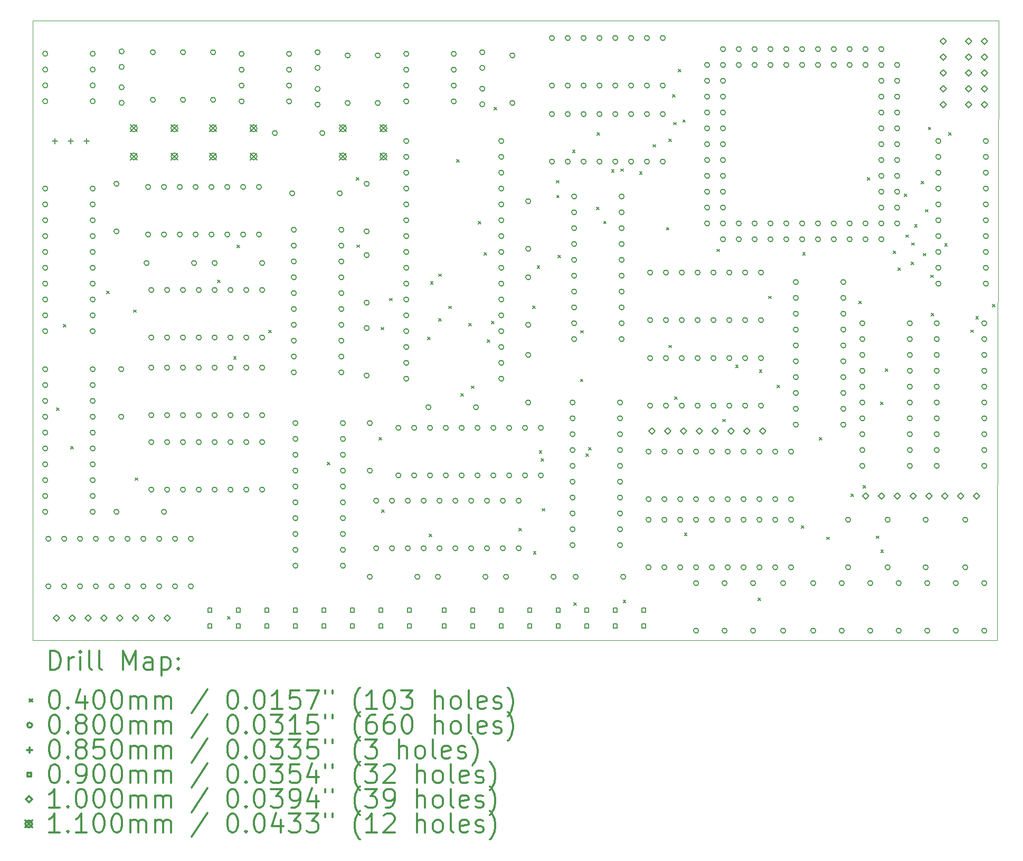
<source format=gbr>
%FSLAX45Y45*%
G04 Gerber Fmt 4.5, Leading zero omitted, Abs format (unit mm)*
G04 Created by KiCad (PCBNEW (5.1.10)-1) date 2021-08-25 13:14:08*
%MOMM*%
%LPD*%
G01*
G04 APERTURE LIST*
%TA.AperFunction,Profile*%
%ADD10C,0.120000*%
%TD*%
%ADD11C,0.200000*%
%ADD12C,0.300000*%
G04 APERTURE END LIST*
D10*
X1879600Y-11658600D02*
X1930400Y-11658600D01*
X1879600Y-10642600D02*
X1879600Y-11658600D01*
X17348200Y-11658600D02*
X1930400Y-11658600D01*
X17348200Y-10642600D02*
X17348200Y-11658600D01*
X1879600Y-10642600D02*
X1879600Y-10337800D01*
X1879600Y-2082800D02*
X1879600Y-10337800D01*
X1879600Y-1727200D02*
X1879600Y-2082800D01*
X1930400Y-1727200D02*
X1879600Y-1727200D01*
X8229600Y-1727200D02*
X1930400Y-1727200D01*
X14401800Y-1727200D02*
X8229600Y-1727200D01*
X17373600Y-1727200D02*
X14401800Y-1727200D01*
X17373600Y-1752600D02*
X17373600Y-1727200D01*
X17373600Y-1803400D02*
X17373600Y-1752600D01*
X17373600Y-1854200D02*
X17373600Y-1803400D01*
X17348200Y-10642600D02*
X17373600Y-1854200D01*
D11*
X2264580Y-7935970D02*
X2304580Y-7975970D01*
X2304580Y-7935970D02*
X2264580Y-7975970D01*
X2372440Y-6597020D02*
X2412440Y-6637020D01*
X2412440Y-6597020D02*
X2372440Y-6637020D01*
X2495380Y-8550270D02*
X2535380Y-8590270D01*
X2535380Y-8550270D02*
X2495380Y-8590270D01*
X3070730Y-6062970D02*
X3110730Y-6102970D01*
X3110730Y-6062970D02*
X3070730Y-6102970D01*
X3501490Y-6364780D02*
X3541490Y-6404780D01*
X3541490Y-6364780D02*
X3501490Y-6404780D01*
X3524330Y-9056170D02*
X3564330Y-9096170D01*
X3564330Y-9056170D02*
X3524330Y-9096170D01*
X4848850Y-5888270D02*
X4888850Y-5928270D01*
X4888850Y-5888270D02*
X4848850Y-5928270D01*
X5010100Y-11281760D02*
X5050100Y-11321760D01*
X5050100Y-11281760D02*
X5010100Y-11321760D01*
X5105340Y-7115400D02*
X5145340Y-7155400D01*
X5145340Y-7115400D02*
X5105340Y-7155400D01*
X5163480Y-5330140D02*
X5203480Y-5370140D01*
X5203480Y-5330140D02*
X5163480Y-5370140D01*
X5670990Y-6689550D02*
X5710990Y-6729550D01*
X5710990Y-6689550D02*
X5670990Y-6729550D01*
X6608740Y-8808260D02*
X6648740Y-8848260D01*
X6648740Y-8808260D02*
X6608740Y-8848260D01*
X7075010Y-4242010D02*
X7115010Y-4282010D01*
X7115010Y-4242010D02*
X7075010Y-4282010D01*
X7079350Y-5322010D02*
X7119350Y-5362010D01*
X7119350Y-5322010D02*
X7079350Y-5362010D01*
X7440720Y-8406580D02*
X7480720Y-8446580D01*
X7480720Y-8406580D02*
X7440720Y-8446580D01*
X7468830Y-6642990D02*
X7508830Y-6682990D01*
X7508830Y-6642990D02*
X7468830Y-6682990D01*
X7480230Y-9567830D02*
X7520230Y-9607830D01*
X7520230Y-9567830D02*
X7480230Y-9607830D01*
X7608690Y-6177600D02*
X7648690Y-6217600D01*
X7648690Y-6177600D02*
X7608690Y-6217600D01*
X8214420Y-6799210D02*
X8254420Y-6839210D01*
X8254420Y-6799210D02*
X8214420Y-6839210D01*
X8241060Y-9958110D02*
X8281060Y-9998110D01*
X8281060Y-9958110D02*
X8241060Y-9998110D01*
X8263480Y-5913160D02*
X8303480Y-5953160D01*
X8303480Y-5913160D02*
X8263480Y-5953160D01*
X8397590Y-5787930D02*
X8437590Y-5827930D01*
X8437590Y-5787930D02*
X8397590Y-5827930D01*
X8397590Y-6505410D02*
X8437590Y-6545410D01*
X8437590Y-6505410D02*
X8397590Y-6545410D01*
X8558650Y-6304290D02*
X8598650Y-6344290D01*
X8598650Y-6304290D02*
X8558650Y-6344290D01*
X8680220Y-3957050D02*
X8720220Y-3997050D01*
X8720220Y-3957050D02*
X8680220Y-3997050D01*
X8748630Y-7708420D02*
X8788630Y-7748420D01*
X8788630Y-7708420D02*
X8748630Y-7748420D01*
X8879100Y-6578890D02*
X8919100Y-6618890D01*
X8919100Y-6578890D02*
X8879100Y-6618890D01*
X8920670Y-7583460D02*
X8960670Y-7623460D01*
X8960670Y-7583460D02*
X8920670Y-7623460D01*
X9028020Y-4944610D02*
X9068020Y-4984610D01*
X9068020Y-4944610D02*
X9028020Y-4984610D01*
X9125770Y-5444810D02*
X9165770Y-5484810D01*
X9165770Y-5444810D02*
X9125770Y-5484810D01*
X9171360Y-6841790D02*
X9211360Y-6881790D01*
X9211360Y-6841790D02*
X9171360Y-6881790D01*
X9243650Y-6547680D02*
X9283650Y-6587680D01*
X9283650Y-6547680D02*
X9243650Y-6587680D01*
X9282770Y-3115560D02*
X9322770Y-3155560D01*
X9322770Y-3115560D02*
X9282770Y-3155560D01*
X9683630Y-9866000D02*
X9723630Y-9906000D01*
X9723630Y-9866000D02*
X9683630Y-9906000D01*
X9898940Y-6303690D02*
X9938940Y-6343690D01*
X9938940Y-6303690D02*
X9898940Y-6343690D01*
X9913790Y-10236450D02*
X9953790Y-10276450D01*
X9953790Y-10236450D02*
X9913790Y-10276450D01*
X9974350Y-5657580D02*
X10014350Y-5697580D01*
X10014350Y-5657580D02*
X9974350Y-5697580D01*
X10007200Y-8619470D02*
X10047200Y-8659470D01*
X10047200Y-8619470D02*
X10007200Y-8659470D01*
X10039530Y-8745480D02*
X10079530Y-8785480D01*
X10079530Y-8745480D02*
X10039530Y-8785480D01*
X10055350Y-9546990D02*
X10095350Y-9586990D01*
X10095350Y-9546990D02*
X10055350Y-9586990D01*
X10283800Y-4289160D02*
X10323800Y-4329160D01*
X10323800Y-4289160D02*
X10283800Y-4329160D01*
X10286250Y-4526600D02*
X10326250Y-4566600D01*
X10326250Y-4526600D02*
X10286250Y-4566600D01*
X10307320Y-5487450D02*
X10347320Y-5527450D01*
X10347320Y-5487450D02*
X10307320Y-5527450D01*
X10540300Y-3805710D02*
X10580300Y-3845710D01*
X10580300Y-3805710D02*
X10540300Y-3845710D01*
X10562380Y-11061310D02*
X10602380Y-11101310D01*
X10602380Y-11061310D02*
X10562380Y-11101310D01*
X10668560Y-7474360D02*
X10708560Y-7514360D01*
X10708560Y-7474360D02*
X10668560Y-7514360D01*
X10672510Y-6695050D02*
X10712510Y-6735050D01*
X10712510Y-6695050D02*
X10672510Y-6735050D01*
X10757140Y-8671850D02*
X10797140Y-8711850D01*
X10797140Y-8671850D02*
X10757140Y-8711850D01*
X10801950Y-8571860D02*
X10841950Y-8611860D01*
X10841950Y-8571860D02*
X10801950Y-8611860D01*
X10928630Y-4718220D02*
X10968630Y-4758220D01*
X10968630Y-4718220D02*
X10928630Y-4758220D01*
X10935470Y-3521770D02*
X10975470Y-3561770D01*
X10975470Y-3521770D02*
X10935470Y-3561770D01*
X11040710Y-4941690D02*
X11080710Y-4981690D01*
X11080710Y-4941690D02*
X11040710Y-4981690D01*
X11167430Y-4117670D02*
X11207430Y-4157670D01*
X11207430Y-4117670D02*
X11167430Y-4157670D01*
X11318390Y-4104680D02*
X11358390Y-4144680D01*
X11358390Y-4104680D02*
X11318390Y-4144680D01*
X11354370Y-11016790D02*
X11394370Y-11056790D01*
X11394370Y-11016790D02*
X11354370Y-11056790D01*
X11616270Y-4148260D02*
X11656270Y-4188260D01*
X11656270Y-4148260D02*
X11616270Y-4188260D01*
X11831790Y-3714650D02*
X11871790Y-3754650D01*
X11871790Y-3714650D02*
X11831790Y-3754650D01*
X12048040Y-5043870D02*
X12088040Y-5083870D01*
X12088040Y-5043870D02*
X12048040Y-5083870D01*
X12085670Y-6932100D02*
X12125670Y-6972100D01*
X12125670Y-6932100D02*
X12085670Y-6972100D01*
X12087090Y-3625020D02*
X12127090Y-3665020D01*
X12127090Y-3625020D02*
X12087090Y-3665020D01*
X12144760Y-2914580D02*
X12184760Y-2954580D01*
X12184760Y-2914580D02*
X12144760Y-2954580D01*
X12162890Y-3358380D02*
X12202890Y-3398380D01*
X12202890Y-3358380D02*
X12162890Y-3398380D01*
X12177560Y-7755230D02*
X12217560Y-7795230D01*
X12217560Y-7755230D02*
X12177560Y-7795230D01*
X12241140Y-2509230D02*
X12281140Y-2549230D01*
X12281140Y-2509230D02*
X12241140Y-2549230D01*
X12310990Y-3316540D02*
X12350990Y-3356540D01*
X12350990Y-3316540D02*
X12310990Y-3356540D01*
X12336880Y-9941490D02*
X12376880Y-9981490D01*
X12376880Y-9941490D02*
X12336880Y-9981490D01*
X12856420Y-5392030D02*
X12896420Y-5432030D01*
X12896420Y-5392030D02*
X12856420Y-5432030D01*
X12950020Y-8116980D02*
X12990020Y-8156980D01*
X12990020Y-8116980D02*
X12950020Y-8156980D01*
X13156850Y-7250150D02*
X13196850Y-7290150D01*
X13196850Y-7250150D02*
X13156850Y-7290150D01*
X13516490Y-10984050D02*
X13556490Y-11024050D01*
X13556490Y-10984050D02*
X13516490Y-11024050D01*
X13538480Y-7325740D02*
X13578480Y-7365740D01*
X13578480Y-7325740D02*
X13538480Y-7365740D01*
X13689260Y-6144880D02*
X13729260Y-6184880D01*
X13729260Y-6144880D02*
X13689260Y-6184880D01*
X13821790Y-7568150D02*
X13861790Y-7608150D01*
X13861790Y-7568150D02*
X13821790Y-7608150D01*
X14214050Y-9824690D02*
X14254050Y-9864690D01*
X14254050Y-9824690D02*
X14214050Y-9864690D01*
X14233350Y-5443640D02*
X14273350Y-5483640D01*
X14273350Y-5443640D02*
X14233350Y-5483640D01*
X14501730Y-8409910D02*
X14541730Y-8449910D01*
X14541730Y-8409910D02*
X14501730Y-8449910D01*
X14615790Y-10005450D02*
X14655790Y-10045450D01*
X14655790Y-10005450D02*
X14615790Y-10045450D01*
X15006830Y-9314250D02*
X15046830Y-9354250D01*
X15046830Y-9314250D02*
X15006830Y-9354250D01*
X15131260Y-6226090D02*
X15171260Y-6266090D01*
X15171260Y-6226090D02*
X15131260Y-6266090D01*
X15199750Y-9179010D02*
X15239750Y-9219010D01*
X15239750Y-9179010D02*
X15199750Y-9219010D01*
X15269330Y-4244100D02*
X15309330Y-4284100D01*
X15309330Y-4244100D02*
X15269330Y-4284100D01*
X15410710Y-9987740D02*
X15450710Y-10027740D01*
X15450710Y-9987740D02*
X15410710Y-10027740D01*
X15482290Y-7843950D02*
X15522290Y-7883950D01*
X15522290Y-7843950D02*
X15482290Y-7883950D01*
X15485590Y-10209620D02*
X15525590Y-10249620D01*
X15525590Y-10209620D02*
X15485590Y-10249620D01*
X15559600Y-7307240D02*
X15599600Y-7347240D01*
X15599600Y-7307240D02*
X15559600Y-7347240D01*
X15683710Y-5418910D02*
X15723710Y-5458910D01*
X15723710Y-5418910D02*
X15683710Y-5458910D01*
X15763560Y-5690770D02*
X15803560Y-5730770D01*
X15803560Y-5690770D02*
X15763560Y-5730770D01*
X15859350Y-4506700D02*
X15899350Y-4546700D01*
X15899350Y-4506700D02*
X15859350Y-4546700D01*
X15889290Y-5161600D02*
X15929290Y-5201600D01*
X15929290Y-5161600D02*
X15889290Y-5201600D01*
X15971780Y-5596800D02*
X16011780Y-5636800D01*
X16011780Y-5596800D02*
X15971780Y-5636800D01*
X15982820Y-5288610D02*
X16022820Y-5328610D01*
X16022820Y-5288610D02*
X15982820Y-5328610D01*
X16027550Y-4995820D02*
X16067550Y-5035820D01*
X16067550Y-4995820D02*
X16027550Y-5035820D01*
X16131820Y-4301250D02*
X16171820Y-4341250D01*
X16171820Y-4301250D02*
X16131820Y-4341250D01*
X16169460Y-5459500D02*
X16209460Y-5499500D01*
X16209460Y-5459500D02*
X16169460Y-5499500D01*
X16200060Y-4755690D02*
X16240060Y-4795690D01*
X16240060Y-4755690D02*
X16200060Y-4795690D01*
X16247400Y-3435310D02*
X16287400Y-3475310D01*
X16287400Y-3435310D02*
X16247400Y-3475310D01*
X16283820Y-5805000D02*
X16323820Y-5845000D01*
X16323820Y-5805000D02*
X16283820Y-5845000D01*
X16295030Y-6417050D02*
X16335030Y-6457050D01*
X16335030Y-6417050D02*
X16295030Y-6457050D01*
X16509280Y-5303040D02*
X16549280Y-5343040D01*
X16549280Y-5303040D02*
X16509280Y-5343040D01*
X16576470Y-3525070D02*
X16616470Y-3565070D01*
X16616470Y-3525070D02*
X16576470Y-3565070D01*
X16928340Y-6687380D02*
X16968340Y-6727380D01*
X16968340Y-6687380D02*
X16928340Y-6727380D01*
X17010430Y-6472990D02*
X17050430Y-6512990D01*
X17050430Y-6472990D02*
X17010430Y-6512990D01*
X17279100Y-6277630D02*
X17319100Y-6317630D01*
X17319100Y-6277630D02*
X17279100Y-6317630D01*
X2122800Y-4419600D02*
G75*
G03*
X2122800Y-4419600I-40000J0D01*
G01*
X2122800Y-4673600D02*
G75*
G03*
X2122800Y-4673600I-40000J0D01*
G01*
X2122800Y-4927600D02*
G75*
G03*
X2122800Y-4927600I-40000J0D01*
G01*
X2122800Y-5181600D02*
G75*
G03*
X2122800Y-5181600I-40000J0D01*
G01*
X2122800Y-5435600D02*
G75*
G03*
X2122800Y-5435600I-40000J0D01*
G01*
X2122800Y-5689600D02*
G75*
G03*
X2122800Y-5689600I-40000J0D01*
G01*
X2122800Y-5943600D02*
G75*
G03*
X2122800Y-5943600I-40000J0D01*
G01*
X2122800Y-6197600D02*
G75*
G03*
X2122800Y-6197600I-40000J0D01*
G01*
X2122800Y-6451600D02*
G75*
G03*
X2122800Y-6451600I-40000J0D01*
G01*
X2122800Y-6705600D02*
G75*
G03*
X2122800Y-6705600I-40000J0D01*
G01*
X2122800Y-7315200D02*
G75*
G03*
X2122800Y-7315200I-40000J0D01*
G01*
X2122800Y-7569200D02*
G75*
G03*
X2122800Y-7569200I-40000J0D01*
G01*
X2122800Y-7823200D02*
G75*
G03*
X2122800Y-7823200I-40000J0D01*
G01*
X2122800Y-8077200D02*
G75*
G03*
X2122800Y-8077200I-40000J0D01*
G01*
X2122800Y-8331200D02*
G75*
G03*
X2122800Y-8331200I-40000J0D01*
G01*
X2122800Y-8585200D02*
G75*
G03*
X2122800Y-8585200I-40000J0D01*
G01*
X2122800Y-8839200D02*
G75*
G03*
X2122800Y-8839200I-40000J0D01*
G01*
X2122800Y-9093200D02*
G75*
G03*
X2122800Y-9093200I-40000J0D01*
G01*
X2122800Y-9347200D02*
G75*
G03*
X2122800Y-9347200I-40000J0D01*
G01*
X2122800Y-9601200D02*
G75*
G03*
X2122800Y-9601200I-40000J0D01*
G01*
X2123200Y-2259200D02*
G75*
G03*
X2123200Y-2259200I-40000J0D01*
G01*
X2123200Y-2513200D02*
G75*
G03*
X2123200Y-2513200I-40000J0D01*
G01*
X2123200Y-2767200D02*
G75*
G03*
X2123200Y-2767200I-40000J0D01*
G01*
X2123200Y-3021200D02*
G75*
G03*
X2123200Y-3021200I-40000J0D01*
G01*
X2173600Y-10033000D02*
G75*
G03*
X2173600Y-10033000I-40000J0D01*
G01*
X2173600Y-10795000D02*
G75*
G03*
X2173600Y-10795000I-40000J0D01*
G01*
X2427600Y-10033000D02*
G75*
G03*
X2427600Y-10033000I-40000J0D01*
G01*
X2427600Y-10795000D02*
G75*
G03*
X2427600Y-10795000I-40000J0D01*
G01*
X2681600Y-10033000D02*
G75*
G03*
X2681600Y-10033000I-40000J0D01*
G01*
X2681600Y-10795000D02*
G75*
G03*
X2681600Y-10795000I-40000J0D01*
G01*
X2884800Y-4419600D02*
G75*
G03*
X2884800Y-4419600I-40000J0D01*
G01*
X2884800Y-4673600D02*
G75*
G03*
X2884800Y-4673600I-40000J0D01*
G01*
X2884800Y-4927600D02*
G75*
G03*
X2884800Y-4927600I-40000J0D01*
G01*
X2884800Y-5181600D02*
G75*
G03*
X2884800Y-5181600I-40000J0D01*
G01*
X2884800Y-5435600D02*
G75*
G03*
X2884800Y-5435600I-40000J0D01*
G01*
X2884800Y-5689600D02*
G75*
G03*
X2884800Y-5689600I-40000J0D01*
G01*
X2884800Y-5943600D02*
G75*
G03*
X2884800Y-5943600I-40000J0D01*
G01*
X2884800Y-6197600D02*
G75*
G03*
X2884800Y-6197600I-40000J0D01*
G01*
X2884800Y-6451600D02*
G75*
G03*
X2884800Y-6451600I-40000J0D01*
G01*
X2884800Y-6705600D02*
G75*
G03*
X2884800Y-6705600I-40000J0D01*
G01*
X2884800Y-7315200D02*
G75*
G03*
X2884800Y-7315200I-40000J0D01*
G01*
X2884800Y-7569200D02*
G75*
G03*
X2884800Y-7569200I-40000J0D01*
G01*
X2884800Y-7823200D02*
G75*
G03*
X2884800Y-7823200I-40000J0D01*
G01*
X2884800Y-8077200D02*
G75*
G03*
X2884800Y-8077200I-40000J0D01*
G01*
X2884800Y-8331200D02*
G75*
G03*
X2884800Y-8331200I-40000J0D01*
G01*
X2884800Y-8585200D02*
G75*
G03*
X2884800Y-8585200I-40000J0D01*
G01*
X2884800Y-8839200D02*
G75*
G03*
X2884800Y-8839200I-40000J0D01*
G01*
X2884800Y-9093200D02*
G75*
G03*
X2884800Y-9093200I-40000J0D01*
G01*
X2884800Y-9347200D02*
G75*
G03*
X2884800Y-9347200I-40000J0D01*
G01*
X2884800Y-9601200D02*
G75*
G03*
X2884800Y-9601200I-40000J0D01*
G01*
X2885200Y-2259200D02*
G75*
G03*
X2885200Y-2259200I-40000J0D01*
G01*
X2885200Y-2513200D02*
G75*
G03*
X2885200Y-2513200I-40000J0D01*
G01*
X2885200Y-2767200D02*
G75*
G03*
X2885200Y-2767200I-40000J0D01*
G01*
X2885200Y-3021200D02*
G75*
G03*
X2885200Y-3021200I-40000J0D01*
G01*
X2935600Y-10033000D02*
G75*
G03*
X2935600Y-10033000I-40000J0D01*
G01*
X2935600Y-10795000D02*
G75*
G03*
X2935600Y-10795000I-40000J0D01*
G01*
X3189600Y-10033000D02*
G75*
G03*
X3189600Y-10033000I-40000J0D01*
G01*
X3189600Y-10795000D02*
G75*
G03*
X3189600Y-10795000I-40000J0D01*
G01*
X3265800Y-4343400D02*
G75*
G03*
X3265800Y-4343400I-40000J0D01*
G01*
X3265800Y-5105400D02*
G75*
G03*
X3265800Y-5105400I-40000J0D01*
G01*
X3265800Y-9601200D02*
G75*
G03*
X3265800Y-9601200I-40000J0D01*
G01*
X3342000Y-7315200D02*
G75*
G03*
X3342000Y-7315200I-40000J0D01*
G01*
X3342000Y-8077200D02*
G75*
G03*
X3342000Y-8077200I-40000J0D01*
G01*
X3348200Y-2221200D02*
G75*
G03*
X3348200Y-2221200I-40000J0D01*
G01*
X3348200Y-2471200D02*
G75*
G03*
X3348200Y-2471200I-40000J0D01*
G01*
X3348200Y-2796200D02*
G75*
G03*
X3348200Y-2796200I-40000J0D01*
G01*
X3348200Y-3046200D02*
G75*
G03*
X3348200Y-3046200I-40000J0D01*
G01*
X3443600Y-10033000D02*
G75*
G03*
X3443600Y-10033000I-40000J0D01*
G01*
X3443600Y-10795000D02*
G75*
G03*
X3443600Y-10795000I-40000J0D01*
G01*
X3697600Y-10033000D02*
G75*
G03*
X3697600Y-10033000I-40000J0D01*
G01*
X3697600Y-10795000D02*
G75*
G03*
X3697600Y-10795000I-40000J0D01*
G01*
X3748400Y-5613400D02*
G75*
G03*
X3748400Y-5613400I-40000J0D01*
G01*
X3773800Y-4394200D02*
G75*
G03*
X3773800Y-4394200I-40000J0D01*
G01*
X3773800Y-5156200D02*
G75*
G03*
X3773800Y-5156200I-40000J0D01*
G01*
X3824600Y-6045200D02*
G75*
G03*
X3824600Y-6045200I-40000J0D01*
G01*
X3824600Y-6807200D02*
G75*
G03*
X3824600Y-6807200I-40000J0D01*
G01*
X3824600Y-7289800D02*
G75*
G03*
X3824600Y-7289800I-40000J0D01*
G01*
X3824600Y-8051800D02*
G75*
G03*
X3824600Y-8051800I-40000J0D01*
G01*
X3824600Y-8483600D02*
G75*
G03*
X3824600Y-8483600I-40000J0D01*
G01*
X3824600Y-9245600D02*
G75*
G03*
X3824600Y-9245600I-40000J0D01*
G01*
X3850000Y-2235200D02*
G75*
G03*
X3850000Y-2235200I-40000J0D01*
G01*
X3850000Y-2997200D02*
G75*
G03*
X3850000Y-2997200I-40000J0D01*
G01*
X3951600Y-10033000D02*
G75*
G03*
X3951600Y-10033000I-40000J0D01*
G01*
X3951600Y-10795000D02*
G75*
G03*
X3951600Y-10795000I-40000J0D01*
G01*
X4027800Y-4394200D02*
G75*
G03*
X4027800Y-4394200I-40000J0D01*
G01*
X4027800Y-5156200D02*
G75*
G03*
X4027800Y-5156200I-40000J0D01*
G01*
X4027800Y-9601200D02*
G75*
G03*
X4027800Y-9601200I-40000J0D01*
G01*
X4078600Y-6045200D02*
G75*
G03*
X4078600Y-6045200I-40000J0D01*
G01*
X4078600Y-6807200D02*
G75*
G03*
X4078600Y-6807200I-40000J0D01*
G01*
X4078600Y-7289800D02*
G75*
G03*
X4078600Y-7289800I-40000J0D01*
G01*
X4078600Y-8051800D02*
G75*
G03*
X4078600Y-8051800I-40000J0D01*
G01*
X4078600Y-8483600D02*
G75*
G03*
X4078600Y-8483600I-40000J0D01*
G01*
X4078600Y-9245600D02*
G75*
G03*
X4078600Y-9245600I-40000J0D01*
G01*
X4205600Y-10033000D02*
G75*
G03*
X4205600Y-10033000I-40000J0D01*
G01*
X4205600Y-10795000D02*
G75*
G03*
X4205600Y-10795000I-40000J0D01*
G01*
X4281800Y-4394200D02*
G75*
G03*
X4281800Y-4394200I-40000J0D01*
G01*
X4281800Y-5156200D02*
G75*
G03*
X4281800Y-5156200I-40000J0D01*
G01*
X4332600Y-2235200D02*
G75*
G03*
X4332600Y-2235200I-40000J0D01*
G01*
X4332600Y-2997200D02*
G75*
G03*
X4332600Y-2997200I-40000J0D01*
G01*
X4332600Y-6045200D02*
G75*
G03*
X4332600Y-6045200I-40000J0D01*
G01*
X4332600Y-6807200D02*
G75*
G03*
X4332600Y-6807200I-40000J0D01*
G01*
X4332600Y-7289800D02*
G75*
G03*
X4332600Y-7289800I-40000J0D01*
G01*
X4332600Y-8051800D02*
G75*
G03*
X4332600Y-8051800I-40000J0D01*
G01*
X4332600Y-8483600D02*
G75*
G03*
X4332600Y-8483600I-40000J0D01*
G01*
X4332600Y-9245600D02*
G75*
G03*
X4332600Y-9245600I-40000J0D01*
G01*
X4459600Y-10033000D02*
G75*
G03*
X4459600Y-10033000I-40000J0D01*
G01*
X4459600Y-10795000D02*
G75*
G03*
X4459600Y-10795000I-40000J0D01*
G01*
X4510400Y-5613400D02*
G75*
G03*
X4510400Y-5613400I-40000J0D01*
G01*
X4535800Y-4394200D02*
G75*
G03*
X4535800Y-4394200I-40000J0D01*
G01*
X4535800Y-5156200D02*
G75*
G03*
X4535800Y-5156200I-40000J0D01*
G01*
X4586600Y-6045200D02*
G75*
G03*
X4586600Y-6045200I-40000J0D01*
G01*
X4586600Y-6807200D02*
G75*
G03*
X4586600Y-6807200I-40000J0D01*
G01*
X4586600Y-7289800D02*
G75*
G03*
X4586600Y-7289800I-40000J0D01*
G01*
X4586600Y-8051800D02*
G75*
G03*
X4586600Y-8051800I-40000J0D01*
G01*
X4586600Y-8483600D02*
G75*
G03*
X4586600Y-8483600I-40000J0D01*
G01*
X4586600Y-9245600D02*
G75*
G03*
X4586600Y-9245600I-40000J0D01*
G01*
X4789800Y-4394200D02*
G75*
G03*
X4789800Y-4394200I-40000J0D01*
G01*
X4789800Y-5156200D02*
G75*
G03*
X4789800Y-5156200I-40000J0D01*
G01*
X4815200Y-2235200D02*
G75*
G03*
X4815200Y-2235200I-40000J0D01*
G01*
X4815200Y-2997200D02*
G75*
G03*
X4815200Y-2997200I-40000J0D01*
G01*
X4840600Y-5613400D02*
G75*
G03*
X4840600Y-5613400I-40000J0D01*
G01*
X4840600Y-6045200D02*
G75*
G03*
X4840600Y-6045200I-40000J0D01*
G01*
X4840600Y-6807200D02*
G75*
G03*
X4840600Y-6807200I-40000J0D01*
G01*
X4840600Y-7289800D02*
G75*
G03*
X4840600Y-7289800I-40000J0D01*
G01*
X4840600Y-8051800D02*
G75*
G03*
X4840600Y-8051800I-40000J0D01*
G01*
X4840600Y-8483600D02*
G75*
G03*
X4840600Y-8483600I-40000J0D01*
G01*
X4840600Y-9245600D02*
G75*
G03*
X4840600Y-9245600I-40000J0D01*
G01*
X5043800Y-4394200D02*
G75*
G03*
X5043800Y-4394200I-40000J0D01*
G01*
X5043800Y-5156200D02*
G75*
G03*
X5043800Y-5156200I-40000J0D01*
G01*
X5094600Y-6045200D02*
G75*
G03*
X5094600Y-6045200I-40000J0D01*
G01*
X5094600Y-6807200D02*
G75*
G03*
X5094600Y-6807200I-40000J0D01*
G01*
X5094600Y-7289800D02*
G75*
G03*
X5094600Y-7289800I-40000J0D01*
G01*
X5094600Y-8051800D02*
G75*
G03*
X5094600Y-8051800I-40000J0D01*
G01*
X5094600Y-8483600D02*
G75*
G03*
X5094600Y-8483600I-40000J0D01*
G01*
X5094600Y-9245600D02*
G75*
G03*
X5094600Y-9245600I-40000J0D01*
G01*
X5272400Y-2260600D02*
G75*
G03*
X5272400Y-2260600I-40000J0D01*
G01*
X5272400Y-2514600D02*
G75*
G03*
X5272400Y-2514600I-40000J0D01*
G01*
X5272400Y-2768600D02*
G75*
G03*
X5272400Y-2768600I-40000J0D01*
G01*
X5272400Y-3022600D02*
G75*
G03*
X5272400Y-3022600I-40000J0D01*
G01*
X5297800Y-4394200D02*
G75*
G03*
X5297800Y-4394200I-40000J0D01*
G01*
X5297800Y-5156200D02*
G75*
G03*
X5297800Y-5156200I-40000J0D01*
G01*
X5348600Y-6045200D02*
G75*
G03*
X5348600Y-6045200I-40000J0D01*
G01*
X5348600Y-6807200D02*
G75*
G03*
X5348600Y-6807200I-40000J0D01*
G01*
X5348600Y-7289800D02*
G75*
G03*
X5348600Y-7289800I-40000J0D01*
G01*
X5348600Y-8051800D02*
G75*
G03*
X5348600Y-8051800I-40000J0D01*
G01*
X5348600Y-8483600D02*
G75*
G03*
X5348600Y-8483600I-40000J0D01*
G01*
X5348600Y-9245600D02*
G75*
G03*
X5348600Y-9245600I-40000J0D01*
G01*
X5551800Y-4394200D02*
G75*
G03*
X5551800Y-4394200I-40000J0D01*
G01*
X5551800Y-5156200D02*
G75*
G03*
X5551800Y-5156200I-40000J0D01*
G01*
X5602600Y-5613400D02*
G75*
G03*
X5602600Y-5613400I-40000J0D01*
G01*
X5602600Y-6045200D02*
G75*
G03*
X5602600Y-6045200I-40000J0D01*
G01*
X5602600Y-6807200D02*
G75*
G03*
X5602600Y-6807200I-40000J0D01*
G01*
X5602600Y-7289800D02*
G75*
G03*
X5602600Y-7289800I-40000J0D01*
G01*
X5602600Y-8051800D02*
G75*
G03*
X5602600Y-8051800I-40000J0D01*
G01*
X5602600Y-8483600D02*
G75*
G03*
X5602600Y-8483600I-40000J0D01*
G01*
X5602600Y-9245600D02*
G75*
G03*
X5602600Y-9245600I-40000J0D01*
G01*
X5805800Y-3530600D02*
G75*
G03*
X5805800Y-3530600I-40000J0D01*
G01*
X6034400Y-2260600D02*
G75*
G03*
X6034400Y-2260600I-40000J0D01*
G01*
X6034400Y-2514600D02*
G75*
G03*
X6034400Y-2514600I-40000J0D01*
G01*
X6034400Y-2768600D02*
G75*
G03*
X6034400Y-2768600I-40000J0D01*
G01*
X6034400Y-3022600D02*
G75*
G03*
X6034400Y-3022600I-40000J0D01*
G01*
X6085200Y-4495800D02*
G75*
G03*
X6085200Y-4495800I-40000J0D01*
G01*
X6110600Y-5080000D02*
G75*
G03*
X6110600Y-5080000I-40000J0D01*
G01*
X6110600Y-5334000D02*
G75*
G03*
X6110600Y-5334000I-40000J0D01*
G01*
X6110600Y-5588000D02*
G75*
G03*
X6110600Y-5588000I-40000J0D01*
G01*
X6110600Y-5842000D02*
G75*
G03*
X6110600Y-5842000I-40000J0D01*
G01*
X6110600Y-6096000D02*
G75*
G03*
X6110600Y-6096000I-40000J0D01*
G01*
X6110600Y-6350000D02*
G75*
G03*
X6110600Y-6350000I-40000J0D01*
G01*
X6110600Y-6604000D02*
G75*
G03*
X6110600Y-6604000I-40000J0D01*
G01*
X6110600Y-6858000D02*
G75*
G03*
X6110600Y-6858000I-40000J0D01*
G01*
X6110600Y-7112000D02*
G75*
G03*
X6110600Y-7112000I-40000J0D01*
G01*
X6110600Y-7366000D02*
G75*
G03*
X6110600Y-7366000I-40000J0D01*
G01*
X6136000Y-8178800D02*
G75*
G03*
X6136000Y-8178800I-40000J0D01*
G01*
X6136000Y-8432800D02*
G75*
G03*
X6136000Y-8432800I-40000J0D01*
G01*
X6136000Y-8686800D02*
G75*
G03*
X6136000Y-8686800I-40000J0D01*
G01*
X6136000Y-8940800D02*
G75*
G03*
X6136000Y-8940800I-40000J0D01*
G01*
X6136000Y-9194800D02*
G75*
G03*
X6136000Y-9194800I-40000J0D01*
G01*
X6136000Y-9448800D02*
G75*
G03*
X6136000Y-9448800I-40000J0D01*
G01*
X6136000Y-9702800D02*
G75*
G03*
X6136000Y-9702800I-40000J0D01*
G01*
X6136000Y-9956800D02*
G75*
G03*
X6136000Y-9956800I-40000J0D01*
G01*
X6136000Y-10210800D02*
G75*
G03*
X6136000Y-10210800I-40000J0D01*
G01*
X6136000Y-10464800D02*
G75*
G03*
X6136000Y-10464800I-40000J0D01*
G01*
X6491600Y-2235200D02*
G75*
G03*
X6491600Y-2235200I-40000J0D01*
G01*
X6491600Y-2485200D02*
G75*
G03*
X6491600Y-2485200I-40000J0D01*
G01*
X6491600Y-2823400D02*
G75*
G03*
X6491600Y-2823400I-40000J0D01*
G01*
X6491600Y-3073400D02*
G75*
G03*
X6491600Y-3073400I-40000J0D01*
G01*
X6567800Y-3530600D02*
G75*
G03*
X6567800Y-3530600I-40000J0D01*
G01*
X6847200Y-4495800D02*
G75*
G03*
X6847200Y-4495800I-40000J0D01*
G01*
X6872600Y-5080000D02*
G75*
G03*
X6872600Y-5080000I-40000J0D01*
G01*
X6872600Y-5334000D02*
G75*
G03*
X6872600Y-5334000I-40000J0D01*
G01*
X6872600Y-5588000D02*
G75*
G03*
X6872600Y-5588000I-40000J0D01*
G01*
X6872600Y-5842000D02*
G75*
G03*
X6872600Y-5842000I-40000J0D01*
G01*
X6872600Y-6096000D02*
G75*
G03*
X6872600Y-6096000I-40000J0D01*
G01*
X6872600Y-6350000D02*
G75*
G03*
X6872600Y-6350000I-40000J0D01*
G01*
X6872600Y-6604000D02*
G75*
G03*
X6872600Y-6604000I-40000J0D01*
G01*
X6872600Y-6858000D02*
G75*
G03*
X6872600Y-6858000I-40000J0D01*
G01*
X6872600Y-7112000D02*
G75*
G03*
X6872600Y-7112000I-40000J0D01*
G01*
X6872600Y-7366000D02*
G75*
G03*
X6872600Y-7366000I-40000J0D01*
G01*
X6898000Y-8178800D02*
G75*
G03*
X6898000Y-8178800I-40000J0D01*
G01*
X6898000Y-8432800D02*
G75*
G03*
X6898000Y-8432800I-40000J0D01*
G01*
X6898000Y-8686800D02*
G75*
G03*
X6898000Y-8686800I-40000J0D01*
G01*
X6898000Y-8940800D02*
G75*
G03*
X6898000Y-8940800I-40000J0D01*
G01*
X6898000Y-9194800D02*
G75*
G03*
X6898000Y-9194800I-40000J0D01*
G01*
X6898000Y-9448800D02*
G75*
G03*
X6898000Y-9448800I-40000J0D01*
G01*
X6898000Y-9702800D02*
G75*
G03*
X6898000Y-9702800I-40000J0D01*
G01*
X6898000Y-9956800D02*
G75*
G03*
X6898000Y-9956800I-40000J0D01*
G01*
X6898000Y-10210800D02*
G75*
G03*
X6898000Y-10210800I-40000J0D01*
G01*
X6898000Y-10464800D02*
G75*
G03*
X6898000Y-10464800I-40000J0D01*
G01*
X6974200Y-2286000D02*
G75*
G03*
X6974200Y-2286000I-40000J0D01*
G01*
X6974200Y-3048000D02*
G75*
G03*
X6974200Y-3048000I-40000J0D01*
G01*
X7279000Y-4343400D02*
G75*
G03*
X7279000Y-4343400I-40000J0D01*
G01*
X7279000Y-5105400D02*
G75*
G03*
X7279000Y-5105400I-40000J0D01*
G01*
X7279000Y-5486400D02*
G75*
G03*
X7279000Y-5486400I-40000J0D01*
G01*
X7279000Y-6248400D02*
G75*
G03*
X7279000Y-6248400I-40000J0D01*
G01*
X7279000Y-6654800D02*
G75*
G03*
X7279000Y-6654800I-40000J0D01*
G01*
X7279000Y-7416800D02*
G75*
G03*
X7279000Y-7416800I-40000J0D01*
G01*
X7329800Y-8178800D02*
G75*
G03*
X7329800Y-8178800I-40000J0D01*
G01*
X7329800Y-8940800D02*
G75*
G03*
X7329800Y-8940800I-40000J0D01*
G01*
X7329800Y-10642600D02*
G75*
G03*
X7329800Y-10642600I-40000J0D01*
G01*
X7431400Y-9423400D02*
G75*
G03*
X7431400Y-9423400I-40000J0D01*
G01*
X7431400Y-10185400D02*
G75*
G03*
X7431400Y-10185400I-40000J0D01*
G01*
X7456800Y-2286000D02*
G75*
G03*
X7456800Y-2286000I-40000J0D01*
G01*
X7456800Y-3048000D02*
G75*
G03*
X7456800Y-3048000I-40000J0D01*
G01*
X7685400Y-9423400D02*
G75*
G03*
X7685400Y-9423400I-40000J0D01*
G01*
X7685400Y-10185400D02*
G75*
G03*
X7685400Y-10185400I-40000J0D01*
G01*
X7787000Y-8255000D02*
G75*
G03*
X7787000Y-8255000I-40000J0D01*
G01*
X7787000Y-9017000D02*
G75*
G03*
X7787000Y-9017000I-40000J0D01*
G01*
X7914000Y-2260600D02*
G75*
G03*
X7914000Y-2260600I-40000J0D01*
G01*
X7914000Y-2514600D02*
G75*
G03*
X7914000Y-2514600I-40000J0D01*
G01*
X7914000Y-2768600D02*
G75*
G03*
X7914000Y-2768600I-40000J0D01*
G01*
X7914000Y-3022600D02*
G75*
G03*
X7914000Y-3022600I-40000J0D01*
G01*
X7914000Y-3657600D02*
G75*
G03*
X7914000Y-3657600I-40000J0D01*
G01*
X7914000Y-3911600D02*
G75*
G03*
X7914000Y-3911600I-40000J0D01*
G01*
X7914000Y-4165600D02*
G75*
G03*
X7914000Y-4165600I-40000J0D01*
G01*
X7914000Y-4419600D02*
G75*
G03*
X7914000Y-4419600I-40000J0D01*
G01*
X7914000Y-4673600D02*
G75*
G03*
X7914000Y-4673600I-40000J0D01*
G01*
X7914000Y-4927600D02*
G75*
G03*
X7914000Y-4927600I-40000J0D01*
G01*
X7914000Y-5181600D02*
G75*
G03*
X7914000Y-5181600I-40000J0D01*
G01*
X7914000Y-5435600D02*
G75*
G03*
X7914000Y-5435600I-40000J0D01*
G01*
X7914000Y-5689600D02*
G75*
G03*
X7914000Y-5689600I-40000J0D01*
G01*
X7914000Y-5943600D02*
G75*
G03*
X7914000Y-5943600I-40000J0D01*
G01*
X7914000Y-6197600D02*
G75*
G03*
X7914000Y-6197600I-40000J0D01*
G01*
X7914000Y-6451600D02*
G75*
G03*
X7914000Y-6451600I-40000J0D01*
G01*
X7914000Y-6705600D02*
G75*
G03*
X7914000Y-6705600I-40000J0D01*
G01*
X7914000Y-6959600D02*
G75*
G03*
X7914000Y-6959600I-40000J0D01*
G01*
X7914000Y-7213600D02*
G75*
G03*
X7914000Y-7213600I-40000J0D01*
G01*
X7914000Y-7467600D02*
G75*
G03*
X7914000Y-7467600I-40000J0D01*
G01*
X7939400Y-9423400D02*
G75*
G03*
X7939400Y-9423400I-40000J0D01*
G01*
X7939400Y-10185400D02*
G75*
G03*
X7939400Y-10185400I-40000J0D01*
G01*
X8041000Y-8255000D02*
G75*
G03*
X8041000Y-8255000I-40000J0D01*
G01*
X8041000Y-9017000D02*
G75*
G03*
X8041000Y-9017000I-40000J0D01*
G01*
X8091800Y-10642600D02*
G75*
G03*
X8091800Y-10642600I-40000J0D01*
G01*
X8193400Y-9423400D02*
G75*
G03*
X8193400Y-9423400I-40000J0D01*
G01*
X8193400Y-10185400D02*
G75*
G03*
X8193400Y-10185400I-40000J0D01*
G01*
X8269600Y-7924800D02*
G75*
G03*
X8269600Y-7924800I-40000J0D01*
G01*
X8295000Y-8255000D02*
G75*
G03*
X8295000Y-8255000I-40000J0D01*
G01*
X8295000Y-9017000D02*
G75*
G03*
X8295000Y-9017000I-40000J0D01*
G01*
X8422000Y-10642600D02*
G75*
G03*
X8422000Y-10642600I-40000J0D01*
G01*
X8447400Y-9423400D02*
G75*
G03*
X8447400Y-9423400I-40000J0D01*
G01*
X8447400Y-10185400D02*
G75*
G03*
X8447400Y-10185400I-40000J0D01*
G01*
X8549000Y-8255000D02*
G75*
G03*
X8549000Y-8255000I-40000J0D01*
G01*
X8549000Y-9017000D02*
G75*
G03*
X8549000Y-9017000I-40000J0D01*
G01*
X8676000Y-2260600D02*
G75*
G03*
X8676000Y-2260600I-40000J0D01*
G01*
X8676000Y-2514600D02*
G75*
G03*
X8676000Y-2514600I-40000J0D01*
G01*
X8676000Y-2768600D02*
G75*
G03*
X8676000Y-2768600I-40000J0D01*
G01*
X8676000Y-3022600D02*
G75*
G03*
X8676000Y-3022600I-40000J0D01*
G01*
X8701400Y-9423400D02*
G75*
G03*
X8701400Y-9423400I-40000J0D01*
G01*
X8701400Y-10185400D02*
G75*
G03*
X8701400Y-10185400I-40000J0D01*
G01*
X8803000Y-8255000D02*
G75*
G03*
X8803000Y-8255000I-40000J0D01*
G01*
X8803000Y-9017000D02*
G75*
G03*
X8803000Y-9017000I-40000J0D01*
G01*
X8955400Y-9423400D02*
G75*
G03*
X8955400Y-9423400I-40000J0D01*
G01*
X8955400Y-10185400D02*
G75*
G03*
X8955400Y-10185400I-40000J0D01*
G01*
X9031600Y-7924800D02*
G75*
G03*
X9031600Y-7924800I-40000J0D01*
G01*
X9057000Y-8255000D02*
G75*
G03*
X9057000Y-8255000I-40000J0D01*
G01*
X9057000Y-9017000D02*
G75*
G03*
X9057000Y-9017000I-40000J0D01*
G01*
X9133200Y-2235200D02*
G75*
G03*
X9133200Y-2235200I-40000J0D01*
G01*
X9133200Y-2485200D02*
G75*
G03*
X9133200Y-2485200I-40000J0D01*
G01*
X9133200Y-2819400D02*
G75*
G03*
X9133200Y-2819400I-40000J0D01*
G01*
X9133200Y-3069400D02*
G75*
G03*
X9133200Y-3069400I-40000J0D01*
G01*
X9184000Y-10642600D02*
G75*
G03*
X9184000Y-10642600I-40000J0D01*
G01*
X9209400Y-9423400D02*
G75*
G03*
X9209400Y-9423400I-40000J0D01*
G01*
X9209400Y-10185400D02*
G75*
G03*
X9209400Y-10185400I-40000J0D01*
G01*
X9311000Y-8255000D02*
G75*
G03*
X9311000Y-8255000I-40000J0D01*
G01*
X9311000Y-9017000D02*
G75*
G03*
X9311000Y-9017000I-40000J0D01*
G01*
X9438000Y-3657600D02*
G75*
G03*
X9438000Y-3657600I-40000J0D01*
G01*
X9438000Y-3911600D02*
G75*
G03*
X9438000Y-3911600I-40000J0D01*
G01*
X9438000Y-4165600D02*
G75*
G03*
X9438000Y-4165600I-40000J0D01*
G01*
X9438000Y-4419600D02*
G75*
G03*
X9438000Y-4419600I-40000J0D01*
G01*
X9438000Y-4673600D02*
G75*
G03*
X9438000Y-4673600I-40000J0D01*
G01*
X9438000Y-4927600D02*
G75*
G03*
X9438000Y-4927600I-40000J0D01*
G01*
X9438000Y-5181600D02*
G75*
G03*
X9438000Y-5181600I-40000J0D01*
G01*
X9438000Y-5435600D02*
G75*
G03*
X9438000Y-5435600I-40000J0D01*
G01*
X9438000Y-5689600D02*
G75*
G03*
X9438000Y-5689600I-40000J0D01*
G01*
X9438000Y-5943600D02*
G75*
G03*
X9438000Y-5943600I-40000J0D01*
G01*
X9438000Y-6197600D02*
G75*
G03*
X9438000Y-6197600I-40000J0D01*
G01*
X9438000Y-6451600D02*
G75*
G03*
X9438000Y-6451600I-40000J0D01*
G01*
X9438000Y-6705600D02*
G75*
G03*
X9438000Y-6705600I-40000J0D01*
G01*
X9438000Y-6959600D02*
G75*
G03*
X9438000Y-6959600I-40000J0D01*
G01*
X9438000Y-7213600D02*
G75*
G03*
X9438000Y-7213600I-40000J0D01*
G01*
X9438000Y-7467600D02*
G75*
G03*
X9438000Y-7467600I-40000J0D01*
G01*
X9463400Y-9423400D02*
G75*
G03*
X9463400Y-9423400I-40000J0D01*
G01*
X9463400Y-10185400D02*
G75*
G03*
X9463400Y-10185400I-40000J0D01*
G01*
X9514200Y-10642600D02*
G75*
G03*
X9514200Y-10642600I-40000J0D01*
G01*
X9565000Y-8255000D02*
G75*
G03*
X9565000Y-8255000I-40000J0D01*
G01*
X9565000Y-9017000D02*
G75*
G03*
X9565000Y-9017000I-40000J0D01*
G01*
X9615800Y-2286000D02*
G75*
G03*
X9615800Y-2286000I-40000J0D01*
G01*
X9615800Y-3048000D02*
G75*
G03*
X9615800Y-3048000I-40000J0D01*
G01*
X9717400Y-9423400D02*
G75*
G03*
X9717400Y-9423400I-40000J0D01*
G01*
X9717400Y-10185400D02*
G75*
G03*
X9717400Y-10185400I-40000J0D01*
G01*
X9819000Y-8255000D02*
G75*
G03*
X9819000Y-8255000I-40000J0D01*
G01*
X9819000Y-9017000D02*
G75*
G03*
X9819000Y-9017000I-40000J0D01*
G01*
X9869800Y-4622800D02*
G75*
G03*
X9869800Y-4622800I-40000J0D01*
G01*
X9869800Y-5384800D02*
G75*
G03*
X9869800Y-5384800I-40000J0D01*
G01*
X9869800Y-5842000D02*
G75*
G03*
X9869800Y-5842000I-40000J0D01*
G01*
X9869800Y-6604000D02*
G75*
G03*
X9869800Y-6604000I-40000J0D01*
G01*
X9869800Y-7086600D02*
G75*
G03*
X9869800Y-7086600I-40000J0D01*
G01*
X9869800Y-7848600D02*
G75*
G03*
X9869800Y-7848600I-40000J0D01*
G01*
X10073000Y-8255000D02*
G75*
G03*
X10073000Y-8255000I-40000J0D01*
G01*
X10073000Y-9017000D02*
G75*
G03*
X10073000Y-9017000I-40000J0D01*
G01*
X10250800Y-2006600D02*
G75*
G03*
X10250800Y-2006600I-40000J0D01*
G01*
X10250800Y-2768600D02*
G75*
G03*
X10250800Y-2768600I-40000J0D01*
G01*
X10250800Y-3225800D02*
G75*
G03*
X10250800Y-3225800I-40000J0D01*
G01*
X10250800Y-3987800D02*
G75*
G03*
X10250800Y-3987800I-40000J0D01*
G01*
X10276200Y-10642600D02*
G75*
G03*
X10276200Y-10642600I-40000J0D01*
G01*
X10504800Y-2006600D02*
G75*
G03*
X10504800Y-2006600I-40000J0D01*
G01*
X10504800Y-2768600D02*
G75*
G03*
X10504800Y-2768600I-40000J0D01*
G01*
X10504800Y-3225800D02*
G75*
G03*
X10504800Y-3225800I-40000J0D01*
G01*
X10504800Y-3987800D02*
G75*
G03*
X10504800Y-3987800I-40000J0D01*
G01*
X10581000Y-7848600D02*
G75*
G03*
X10581000Y-7848600I-40000J0D01*
G01*
X10581000Y-8102600D02*
G75*
G03*
X10581000Y-8102600I-40000J0D01*
G01*
X10581000Y-8356600D02*
G75*
G03*
X10581000Y-8356600I-40000J0D01*
G01*
X10581000Y-8610600D02*
G75*
G03*
X10581000Y-8610600I-40000J0D01*
G01*
X10581000Y-8864600D02*
G75*
G03*
X10581000Y-8864600I-40000J0D01*
G01*
X10581000Y-9118600D02*
G75*
G03*
X10581000Y-9118600I-40000J0D01*
G01*
X10581000Y-9372600D02*
G75*
G03*
X10581000Y-9372600I-40000J0D01*
G01*
X10581000Y-9626600D02*
G75*
G03*
X10581000Y-9626600I-40000J0D01*
G01*
X10581000Y-9880600D02*
G75*
G03*
X10581000Y-9880600I-40000J0D01*
G01*
X10581000Y-10134600D02*
G75*
G03*
X10581000Y-10134600I-40000J0D01*
G01*
X10606400Y-4546600D02*
G75*
G03*
X10606400Y-4546600I-40000J0D01*
G01*
X10606400Y-4800600D02*
G75*
G03*
X10606400Y-4800600I-40000J0D01*
G01*
X10606400Y-5054600D02*
G75*
G03*
X10606400Y-5054600I-40000J0D01*
G01*
X10606400Y-5308600D02*
G75*
G03*
X10606400Y-5308600I-40000J0D01*
G01*
X10606400Y-5562600D02*
G75*
G03*
X10606400Y-5562600I-40000J0D01*
G01*
X10606400Y-5816600D02*
G75*
G03*
X10606400Y-5816600I-40000J0D01*
G01*
X10606400Y-6070600D02*
G75*
G03*
X10606400Y-6070600I-40000J0D01*
G01*
X10606400Y-6324600D02*
G75*
G03*
X10606400Y-6324600I-40000J0D01*
G01*
X10606400Y-6578600D02*
G75*
G03*
X10606400Y-6578600I-40000J0D01*
G01*
X10606400Y-6832600D02*
G75*
G03*
X10606400Y-6832600I-40000J0D01*
G01*
X10631800Y-10642600D02*
G75*
G03*
X10631800Y-10642600I-40000J0D01*
G01*
X10758800Y-2006600D02*
G75*
G03*
X10758800Y-2006600I-40000J0D01*
G01*
X10758800Y-2768600D02*
G75*
G03*
X10758800Y-2768600I-40000J0D01*
G01*
X10758800Y-3225800D02*
G75*
G03*
X10758800Y-3225800I-40000J0D01*
G01*
X10758800Y-3987800D02*
G75*
G03*
X10758800Y-3987800I-40000J0D01*
G01*
X11012800Y-2006600D02*
G75*
G03*
X11012800Y-2006600I-40000J0D01*
G01*
X11012800Y-2768600D02*
G75*
G03*
X11012800Y-2768600I-40000J0D01*
G01*
X11012800Y-3225800D02*
G75*
G03*
X11012800Y-3225800I-40000J0D01*
G01*
X11012800Y-3987800D02*
G75*
G03*
X11012800Y-3987800I-40000J0D01*
G01*
X11266800Y-2006600D02*
G75*
G03*
X11266800Y-2006600I-40000J0D01*
G01*
X11266800Y-2768600D02*
G75*
G03*
X11266800Y-2768600I-40000J0D01*
G01*
X11266800Y-3225800D02*
G75*
G03*
X11266800Y-3225800I-40000J0D01*
G01*
X11266800Y-3987800D02*
G75*
G03*
X11266800Y-3987800I-40000J0D01*
G01*
X11343000Y-7848600D02*
G75*
G03*
X11343000Y-7848600I-40000J0D01*
G01*
X11343000Y-8102600D02*
G75*
G03*
X11343000Y-8102600I-40000J0D01*
G01*
X11343000Y-8356600D02*
G75*
G03*
X11343000Y-8356600I-40000J0D01*
G01*
X11343000Y-8610600D02*
G75*
G03*
X11343000Y-8610600I-40000J0D01*
G01*
X11343000Y-8864600D02*
G75*
G03*
X11343000Y-8864600I-40000J0D01*
G01*
X11343000Y-9118600D02*
G75*
G03*
X11343000Y-9118600I-40000J0D01*
G01*
X11343000Y-9372600D02*
G75*
G03*
X11343000Y-9372600I-40000J0D01*
G01*
X11343000Y-9626600D02*
G75*
G03*
X11343000Y-9626600I-40000J0D01*
G01*
X11343000Y-9880600D02*
G75*
G03*
X11343000Y-9880600I-40000J0D01*
G01*
X11343000Y-10134600D02*
G75*
G03*
X11343000Y-10134600I-40000J0D01*
G01*
X11368400Y-4546600D02*
G75*
G03*
X11368400Y-4546600I-40000J0D01*
G01*
X11368400Y-4800600D02*
G75*
G03*
X11368400Y-4800600I-40000J0D01*
G01*
X11368400Y-5054600D02*
G75*
G03*
X11368400Y-5054600I-40000J0D01*
G01*
X11368400Y-5308600D02*
G75*
G03*
X11368400Y-5308600I-40000J0D01*
G01*
X11368400Y-5562600D02*
G75*
G03*
X11368400Y-5562600I-40000J0D01*
G01*
X11368400Y-5816600D02*
G75*
G03*
X11368400Y-5816600I-40000J0D01*
G01*
X11368400Y-6070600D02*
G75*
G03*
X11368400Y-6070600I-40000J0D01*
G01*
X11368400Y-6324600D02*
G75*
G03*
X11368400Y-6324600I-40000J0D01*
G01*
X11368400Y-6578600D02*
G75*
G03*
X11368400Y-6578600I-40000J0D01*
G01*
X11368400Y-6832600D02*
G75*
G03*
X11368400Y-6832600I-40000J0D01*
G01*
X11393800Y-10642600D02*
G75*
G03*
X11393800Y-10642600I-40000J0D01*
G01*
X11520800Y-2006600D02*
G75*
G03*
X11520800Y-2006600I-40000J0D01*
G01*
X11520800Y-2768600D02*
G75*
G03*
X11520800Y-2768600I-40000J0D01*
G01*
X11520800Y-3225800D02*
G75*
G03*
X11520800Y-3225800I-40000J0D01*
G01*
X11520800Y-3987800D02*
G75*
G03*
X11520800Y-3987800I-40000J0D01*
G01*
X11774800Y-2006600D02*
G75*
G03*
X11774800Y-2006600I-40000J0D01*
G01*
X11774800Y-2768600D02*
G75*
G03*
X11774800Y-2768600I-40000J0D01*
G01*
X11774800Y-3225800D02*
G75*
G03*
X11774800Y-3225800I-40000J0D01*
G01*
X11774800Y-3987800D02*
G75*
G03*
X11774800Y-3987800I-40000J0D01*
G01*
X11800200Y-8636000D02*
G75*
G03*
X11800200Y-8636000I-40000J0D01*
G01*
X11800200Y-9398000D02*
G75*
G03*
X11800200Y-9398000I-40000J0D01*
G01*
X11800200Y-9728200D02*
G75*
G03*
X11800200Y-9728200I-40000J0D01*
G01*
X11800200Y-10490200D02*
G75*
G03*
X11800200Y-10490200I-40000J0D01*
G01*
X11825600Y-5765800D02*
G75*
G03*
X11825600Y-5765800I-40000J0D01*
G01*
X11825600Y-6527800D02*
G75*
G03*
X11825600Y-6527800I-40000J0D01*
G01*
X11825600Y-7137400D02*
G75*
G03*
X11825600Y-7137400I-40000J0D01*
G01*
X11825600Y-7899400D02*
G75*
G03*
X11825600Y-7899400I-40000J0D01*
G01*
X12028800Y-2006600D02*
G75*
G03*
X12028800Y-2006600I-40000J0D01*
G01*
X12028800Y-2768600D02*
G75*
G03*
X12028800Y-2768600I-40000J0D01*
G01*
X12028800Y-3225800D02*
G75*
G03*
X12028800Y-3225800I-40000J0D01*
G01*
X12028800Y-3987800D02*
G75*
G03*
X12028800Y-3987800I-40000J0D01*
G01*
X12054200Y-8636000D02*
G75*
G03*
X12054200Y-8636000I-40000J0D01*
G01*
X12054200Y-9398000D02*
G75*
G03*
X12054200Y-9398000I-40000J0D01*
G01*
X12054200Y-9728200D02*
G75*
G03*
X12054200Y-9728200I-40000J0D01*
G01*
X12054200Y-10490200D02*
G75*
G03*
X12054200Y-10490200I-40000J0D01*
G01*
X12079600Y-5765800D02*
G75*
G03*
X12079600Y-5765800I-40000J0D01*
G01*
X12079600Y-6527800D02*
G75*
G03*
X12079600Y-6527800I-40000J0D01*
G01*
X12079600Y-7137400D02*
G75*
G03*
X12079600Y-7137400I-40000J0D01*
G01*
X12079600Y-7899400D02*
G75*
G03*
X12079600Y-7899400I-40000J0D01*
G01*
X12308200Y-8636000D02*
G75*
G03*
X12308200Y-8636000I-40000J0D01*
G01*
X12308200Y-9398000D02*
G75*
G03*
X12308200Y-9398000I-40000J0D01*
G01*
X12308200Y-9728200D02*
G75*
G03*
X12308200Y-9728200I-40000J0D01*
G01*
X12308200Y-10490200D02*
G75*
G03*
X12308200Y-10490200I-40000J0D01*
G01*
X12333600Y-5765800D02*
G75*
G03*
X12333600Y-5765800I-40000J0D01*
G01*
X12333600Y-6527800D02*
G75*
G03*
X12333600Y-6527800I-40000J0D01*
G01*
X12333600Y-7137400D02*
G75*
G03*
X12333600Y-7137400I-40000J0D01*
G01*
X12333600Y-7899400D02*
G75*
G03*
X12333600Y-7899400I-40000J0D01*
G01*
X12562200Y-8636000D02*
G75*
G03*
X12562200Y-8636000I-40000J0D01*
G01*
X12562200Y-9398000D02*
G75*
G03*
X12562200Y-9398000I-40000J0D01*
G01*
X12562200Y-9728200D02*
G75*
G03*
X12562200Y-9728200I-40000J0D01*
G01*
X12562200Y-10490200D02*
G75*
G03*
X12562200Y-10490200I-40000J0D01*
G01*
X12562200Y-10744200D02*
G75*
G03*
X12562200Y-10744200I-40000J0D01*
G01*
X12562200Y-11506200D02*
G75*
G03*
X12562200Y-11506200I-40000J0D01*
G01*
X12587600Y-5765800D02*
G75*
G03*
X12587600Y-5765800I-40000J0D01*
G01*
X12587600Y-6527800D02*
G75*
G03*
X12587600Y-6527800I-40000J0D01*
G01*
X12587600Y-7137400D02*
G75*
G03*
X12587600Y-7137400I-40000J0D01*
G01*
X12587600Y-7899400D02*
G75*
G03*
X12587600Y-7899400I-40000J0D01*
G01*
X12740000Y-2438400D02*
G75*
G03*
X12740000Y-2438400I-40000J0D01*
G01*
X12740000Y-2692400D02*
G75*
G03*
X12740000Y-2692400I-40000J0D01*
G01*
X12740000Y-2946400D02*
G75*
G03*
X12740000Y-2946400I-40000J0D01*
G01*
X12740000Y-3200400D02*
G75*
G03*
X12740000Y-3200400I-40000J0D01*
G01*
X12740000Y-3454400D02*
G75*
G03*
X12740000Y-3454400I-40000J0D01*
G01*
X12740000Y-3708400D02*
G75*
G03*
X12740000Y-3708400I-40000J0D01*
G01*
X12740000Y-3962400D02*
G75*
G03*
X12740000Y-3962400I-40000J0D01*
G01*
X12740000Y-4216400D02*
G75*
G03*
X12740000Y-4216400I-40000J0D01*
G01*
X12740000Y-4470400D02*
G75*
G03*
X12740000Y-4470400I-40000J0D01*
G01*
X12740000Y-4724400D02*
G75*
G03*
X12740000Y-4724400I-40000J0D01*
G01*
X12740000Y-4978400D02*
G75*
G03*
X12740000Y-4978400I-40000J0D01*
G01*
X12816200Y-8636000D02*
G75*
G03*
X12816200Y-8636000I-40000J0D01*
G01*
X12816200Y-9398000D02*
G75*
G03*
X12816200Y-9398000I-40000J0D01*
G01*
X12816200Y-9728200D02*
G75*
G03*
X12816200Y-9728200I-40000J0D01*
G01*
X12816200Y-10490200D02*
G75*
G03*
X12816200Y-10490200I-40000J0D01*
G01*
X12841600Y-5765800D02*
G75*
G03*
X12841600Y-5765800I-40000J0D01*
G01*
X12841600Y-6527800D02*
G75*
G03*
X12841600Y-6527800I-40000J0D01*
G01*
X12841600Y-7137400D02*
G75*
G03*
X12841600Y-7137400I-40000J0D01*
G01*
X12841600Y-7899400D02*
G75*
G03*
X12841600Y-7899400I-40000J0D01*
G01*
X12994000Y-2184400D02*
G75*
G03*
X12994000Y-2184400I-40000J0D01*
G01*
X12994000Y-2438400D02*
G75*
G03*
X12994000Y-2438400I-40000J0D01*
G01*
X12994000Y-2692400D02*
G75*
G03*
X12994000Y-2692400I-40000J0D01*
G01*
X12994000Y-2946400D02*
G75*
G03*
X12994000Y-2946400I-40000J0D01*
G01*
X12994000Y-3200400D02*
G75*
G03*
X12994000Y-3200400I-40000J0D01*
G01*
X12994000Y-3454400D02*
G75*
G03*
X12994000Y-3454400I-40000J0D01*
G01*
X12994000Y-3708400D02*
G75*
G03*
X12994000Y-3708400I-40000J0D01*
G01*
X12994000Y-3962400D02*
G75*
G03*
X12994000Y-3962400I-40000J0D01*
G01*
X12994000Y-4216400D02*
G75*
G03*
X12994000Y-4216400I-40000J0D01*
G01*
X12994000Y-4470400D02*
G75*
G03*
X12994000Y-4470400I-40000J0D01*
G01*
X12994000Y-4724400D02*
G75*
G03*
X12994000Y-4724400I-40000J0D01*
G01*
X12994000Y-4978400D02*
G75*
G03*
X12994000Y-4978400I-40000J0D01*
G01*
X12994000Y-5232400D02*
G75*
G03*
X12994000Y-5232400I-40000J0D01*
G01*
X13019400Y-10744200D02*
G75*
G03*
X13019400Y-10744200I-40000J0D01*
G01*
X13019400Y-11506200D02*
G75*
G03*
X13019400Y-11506200I-40000J0D01*
G01*
X13070200Y-8636000D02*
G75*
G03*
X13070200Y-8636000I-40000J0D01*
G01*
X13070200Y-9398000D02*
G75*
G03*
X13070200Y-9398000I-40000J0D01*
G01*
X13070200Y-9728200D02*
G75*
G03*
X13070200Y-9728200I-40000J0D01*
G01*
X13070200Y-10490200D02*
G75*
G03*
X13070200Y-10490200I-40000J0D01*
G01*
X13095600Y-5765800D02*
G75*
G03*
X13095600Y-5765800I-40000J0D01*
G01*
X13095600Y-6527800D02*
G75*
G03*
X13095600Y-6527800I-40000J0D01*
G01*
X13095600Y-7137400D02*
G75*
G03*
X13095600Y-7137400I-40000J0D01*
G01*
X13095600Y-7899400D02*
G75*
G03*
X13095600Y-7899400I-40000J0D01*
G01*
X13248000Y-2184400D02*
G75*
G03*
X13248000Y-2184400I-40000J0D01*
G01*
X13248000Y-2438400D02*
G75*
G03*
X13248000Y-2438400I-40000J0D01*
G01*
X13248000Y-4978400D02*
G75*
G03*
X13248000Y-4978400I-40000J0D01*
G01*
X13248000Y-5232400D02*
G75*
G03*
X13248000Y-5232400I-40000J0D01*
G01*
X13324200Y-8636000D02*
G75*
G03*
X13324200Y-8636000I-40000J0D01*
G01*
X13324200Y-9398000D02*
G75*
G03*
X13324200Y-9398000I-40000J0D01*
G01*
X13324200Y-9728200D02*
G75*
G03*
X13324200Y-9728200I-40000J0D01*
G01*
X13324200Y-10490200D02*
G75*
G03*
X13324200Y-10490200I-40000J0D01*
G01*
X13349600Y-5765800D02*
G75*
G03*
X13349600Y-5765800I-40000J0D01*
G01*
X13349600Y-6527800D02*
G75*
G03*
X13349600Y-6527800I-40000J0D01*
G01*
X13349600Y-7137400D02*
G75*
G03*
X13349600Y-7137400I-40000J0D01*
G01*
X13349600Y-7899400D02*
G75*
G03*
X13349600Y-7899400I-40000J0D01*
G01*
X13476600Y-10744200D02*
G75*
G03*
X13476600Y-10744200I-40000J0D01*
G01*
X13476600Y-11506200D02*
G75*
G03*
X13476600Y-11506200I-40000J0D01*
G01*
X13502000Y-2184400D02*
G75*
G03*
X13502000Y-2184400I-40000J0D01*
G01*
X13502000Y-2438400D02*
G75*
G03*
X13502000Y-2438400I-40000J0D01*
G01*
X13502000Y-4978400D02*
G75*
G03*
X13502000Y-4978400I-40000J0D01*
G01*
X13502000Y-5232400D02*
G75*
G03*
X13502000Y-5232400I-40000J0D01*
G01*
X13578200Y-8636000D02*
G75*
G03*
X13578200Y-8636000I-40000J0D01*
G01*
X13578200Y-9398000D02*
G75*
G03*
X13578200Y-9398000I-40000J0D01*
G01*
X13578200Y-9728200D02*
G75*
G03*
X13578200Y-9728200I-40000J0D01*
G01*
X13578200Y-10490200D02*
G75*
G03*
X13578200Y-10490200I-40000J0D01*
G01*
X13603600Y-5765800D02*
G75*
G03*
X13603600Y-5765800I-40000J0D01*
G01*
X13603600Y-6527800D02*
G75*
G03*
X13603600Y-6527800I-40000J0D01*
G01*
X13603600Y-7137400D02*
G75*
G03*
X13603600Y-7137400I-40000J0D01*
G01*
X13603600Y-7899400D02*
G75*
G03*
X13603600Y-7899400I-40000J0D01*
G01*
X13756000Y-2184400D02*
G75*
G03*
X13756000Y-2184400I-40000J0D01*
G01*
X13756000Y-2438400D02*
G75*
G03*
X13756000Y-2438400I-40000J0D01*
G01*
X13756000Y-4978400D02*
G75*
G03*
X13756000Y-4978400I-40000J0D01*
G01*
X13756000Y-5232400D02*
G75*
G03*
X13756000Y-5232400I-40000J0D01*
G01*
X13832200Y-8636000D02*
G75*
G03*
X13832200Y-8636000I-40000J0D01*
G01*
X13832200Y-9398000D02*
G75*
G03*
X13832200Y-9398000I-40000J0D01*
G01*
X13832200Y-9728200D02*
G75*
G03*
X13832200Y-9728200I-40000J0D01*
G01*
X13832200Y-10490200D02*
G75*
G03*
X13832200Y-10490200I-40000J0D01*
G01*
X13959200Y-10744200D02*
G75*
G03*
X13959200Y-10744200I-40000J0D01*
G01*
X13959200Y-11506200D02*
G75*
G03*
X13959200Y-11506200I-40000J0D01*
G01*
X14010000Y-2184400D02*
G75*
G03*
X14010000Y-2184400I-40000J0D01*
G01*
X14010000Y-2438400D02*
G75*
G03*
X14010000Y-2438400I-40000J0D01*
G01*
X14010000Y-4978400D02*
G75*
G03*
X14010000Y-4978400I-40000J0D01*
G01*
X14010000Y-5232400D02*
G75*
G03*
X14010000Y-5232400I-40000J0D01*
G01*
X14086200Y-8636000D02*
G75*
G03*
X14086200Y-8636000I-40000J0D01*
G01*
X14086200Y-9398000D02*
G75*
G03*
X14086200Y-9398000I-40000J0D01*
G01*
X14086200Y-9728200D02*
G75*
G03*
X14086200Y-9728200I-40000J0D01*
G01*
X14086200Y-10490200D02*
G75*
G03*
X14086200Y-10490200I-40000J0D01*
G01*
X14162400Y-5918200D02*
G75*
G03*
X14162400Y-5918200I-40000J0D01*
G01*
X14162400Y-6172200D02*
G75*
G03*
X14162400Y-6172200I-40000J0D01*
G01*
X14162400Y-6426200D02*
G75*
G03*
X14162400Y-6426200I-40000J0D01*
G01*
X14162400Y-6680200D02*
G75*
G03*
X14162400Y-6680200I-40000J0D01*
G01*
X14162400Y-6934200D02*
G75*
G03*
X14162400Y-6934200I-40000J0D01*
G01*
X14162400Y-7188200D02*
G75*
G03*
X14162400Y-7188200I-40000J0D01*
G01*
X14162400Y-7442200D02*
G75*
G03*
X14162400Y-7442200I-40000J0D01*
G01*
X14162400Y-7696200D02*
G75*
G03*
X14162400Y-7696200I-40000J0D01*
G01*
X14162400Y-7950200D02*
G75*
G03*
X14162400Y-7950200I-40000J0D01*
G01*
X14162400Y-8204200D02*
G75*
G03*
X14162400Y-8204200I-40000J0D01*
G01*
X14264000Y-2184400D02*
G75*
G03*
X14264000Y-2184400I-40000J0D01*
G01*
X14264000Y-2438400D02*
G75*
G03*
X14264000Y-2438400I-40000J0D01*
G01*
X14264000Y-4978400D02*
G75*
G03*
X14264000Y-4978400I-40000J0D01*
G01*
X14264000Y-5232400D02*
G75*
G03*
X14264000Y-5232400I-40000J0D01*
G01*
X14441800Y-10744200D02*
G75*
G03*
X14441800Y-10744200I-40000J0D01*
G01*
X14441800Y-11506200D02*
G75*
G03*
X14441800Y-11506200I-40000J0D01*
G01*
X14518000Y-2184400D02*
G75*
G03*
X14518000Y-2184400I-40000J0D01*
G01*
X14518000Y-2438400D02*
G75*
G03*
X14518000Y-2438400I-40000J0D01*
G01*
X14518000Y-4978400D02*
G75*
G03*
X14518000Y-4978400I-40000J0D01*
G01*
X14518000Y-5232400D02*
G75*
G03*
X14518000Y-5232400I-40000J0D01*
G01*
X14772000Y-2184400D02*
G75*
G03*
X14772000Y-2184400I-40000J0D01*
G01*
X14772000Y-2438400D02*
G75*
G03*
X14772000Y-2438400I-40000J0D01*
G01*
X14772000Y-4978400D02*
G75*
G03*
X14772000Y-4978400I-40000J0D01*
G01*
X14772000Y-5232400D02*
G75*
G03*
X14772000Y-5232400I-40000J0D01*
G01*
X14899000Y-10744200D02*
G75*
G03*
X14899000Y-10744200I-40000J0D01*
G01*
X14899000Y-11506200D02*
G75*
G03*
X14899000Y-11506200I-40000J0D01*
G01*
X14924400Y-5918200D02*
G75*
G03*
X14924400Y-5918200I-40000J0D01*
G01*
X14924400Y-6172200D02*
G75*
G03*
X14924400Y-6172200I-40000J0D01*
G01*
X14924400Y-6426200D02*
G75*
G03*
X14924400Y-6426200I-40000J0D01*
G01*
X14924400Y-6680200D02*
G75*
G03*
X14924400Y-6680200I-40000J0D01*
G01*
X14924400Y-6934200D02*
G75*
G03*
X14924400Y-6934200I-40000J0D01*
G01*
X14924400Y-7188200D02*
G75*
G03*
X14924400Y-7188200I-40000J0D01*
G01*
X14924400Y-7442200D02*
G75*
G03*
X14924400Y-7442200I-40000J0D01*
G01*
X14924400Y-7696200D02*
G75*
G03*
X14924400Y-7696200I-40000J0D01*
G01*
X14924400Y-7950200D02*
G75*
G03*
X14924400Y-7950200I-40000J0D01*
G01*
X14924400Y-8204200D02*
G75*
G03*
X14924400Y-8204200I-40000J0D01*
G01*
X15000600Y-9728200D02*
G75*
G03*
X15000600Y-9728200I-40000J0D01*
G01*
X15000600Y-10490200D02*
G75*
G03*
X15000600Y-10490200I-40000J0D01*
G01*
X15026000Y-2184400D02*
G75*
G03*
X15026000Y-2184400I-40000J0D01*
G01*
X15026000Y-2438400D02*
G75*
G03*
X15026000Y-2438400I-40000J0D01*
G01*
X15026000Y-4978400D02*
G75*
G03*
X15026000Y-4978400I-40000J0D01*
G01*
X15026000Y-5232400D02*
G75*
G03*
X15026000Y-5232400I-40000J0D01*
G01*
X15229200Y-6578600D02*
G75*
G03*
X15229200Y-6578600I-40000J0D01*
G01*
X15229200Y-6832600D02*
G75*
G03*
X15229200Y-6832600I-40000J0D01*
G01*
X15229200Y-7086600D02*
G75*
G03*
X15229200Y-7086600I-40000J0D01*
G01*
X15229200Y-7340600D02*
G75*
G03*
X15229200Y-7340600I-40000J0D01*
G01*
X15229200Y-7594600D02*
G75*
G03*
X15229200Y-7594600I-40000J0D01*
G01*
X15229200Y-7848600D02*
G75*
G03*
X15229200Y-7848600I-40000J0D01*
G01*
X15229200Y-8102600D02*
G75*
G03*
X15229200Y-8102600I-40000J0D01*
G01*
X15229200Y-8356600D02*
G75*
G03*
X15229200Y-8356600I-40000J0D01*
G01*
X15229200Y-8610600D02*
G75*
G03*
X15229200Y-8610600I-40000J0D01*
G01*
X15229200Y-8864600D02*
G75*
G03*
X15229200Y-8864600I-40000J0D01*
G01*
X15280000Y-2184400D02*
G75*
G03*
X15280000Y-2184400I-40000J0D01*
G01*
X15280000Y-2438400D02*
G75*
G03*
X15280000Y-2438400I-40000J0D01*
G01*
X15280000Y-4978400D02*
G75*
G03*
X15280000Y-4978400I-40000J0D01*
G01*
X15280000Y-5232400D02*
G75*
G03*
X15280000Y-5232400I-40000J0D01*
G01*
X15356200Y-10744200D02*
G75*
G03*
X15356200Y-10744200I-40000J0D01*
G01*
X15356200Y-11506200D02*
G75*
G03*
X15356200Y-11506200I-40000J0D01*
G01*
X15534000Y-2184400D02*
G75*
G03*
X15534000Y-2184400I-40000J0D01*
G01*
X15534000Y-2438400D02*
G75*
G03*
X15534000Y-2438400I-40000J0D01*
G01*
X15534000Y-2692400D02*
G75*
G03*
X15534000Y-2692400I-40000J0D01*
G01*
X15534000Y-2946400D02*
G75*
G03*
X15534000Y-2946400I-40000J0D01*
G01*
X15534000Y-3200400D02*
G75*
G03*
X15534000Y-3200400I-40000J0D01*
G01*
X15534000Y-3454400D02*
G75*
G03*
X15534000Y-3454400I-40000J0D01*
G01*
X15534000Y-3708400D02*
G75*
G03*
X15534000Y-3708400I-40000J0D01*
G01*
X15534000Y-3962400D02*
G75*
G03*
X15534000Y-3962400I-40000J0D01*
G01*
X15534000Y-4216400D02*
G75*
G03*
X15534000Y-4216400I-40000J0D01*
G01*
X15534000Y-4470400D02*
G75*
G03*
X15534000Y-4470400I-40000J0D01*
G01*
X15534000Y-4724400D02*
G75*
G03*
X15534000Y-4724400I-40000J0D01*
G01*
X15534000Y-4978400D02*
G75*
G03*
X15534000Y-4978400I-40000J0D01*
G01*
X15534000Y-5232400D02*
G75*
G03*
X15534000Y-5232400I-40000J0D01*
G01*
X15635600Y-9728200D02*
G75*
G03*
X15635600Y-9728200I-40000J0D01*
G01*
X15635600Y-10490200D02*
G75*
G03*
X15635600Y-10490200I-40000J0D01*
G01*
X15788000Y-2438400D02*
G75*
G03*
X15788000Y-2438400I-40000J0D01*
G01*
X15788000Y-2692400D02*
G75*
G03*
X15788000Y-2692400I-40000J0D01*
G01*
X15788000Y-2946400D02*
G75*
G03*
X15788000Y-2946400I-40000J0D01*
G01*
X15788000Y-3200400D02*
G75*
G03*
X15788000Y-3200400I-40000J0D01*
G01*
X15788000Y-3454400D02*
G75*
G03*
X15788000Y-3454400I-40000J0D01*
G01*
X15788000Y-3708400D02*
G75*
G03*
X15788000Y-3708400I-40000J0D01*
G01*
X15788000Y-3962400D02*
G75*
G03*
X15788000Y-3962400I-40000J0D01*
G01*
X15788000Y-4216400D02*
G75*
G03*
X15788000Y-4216400I-40000J0D01*
G01*
X15788000Y-4470400D02*
G75*
G03*
X15788000Y-4470400I-40000J0D01*
G01*
X15788000Y-4724400D02*
G75*
G03*
X15788000Y-4724400I-40000J0D01*
G01*
X15788000Y-4978400D02*
G75*
G03*
X15788000Y-4978400I-40000J0D01*
G01*
X15813400Y-10744200D02*
G75*
G03*
X15813400Y-10744200I-40000J0D01*
G01*
X15813400Y-11506200D02*
G75*
G03*
X15813400Y-11506200I-40000J0D01*
G01*
X15991200Y-6578600D02*
G75*
G03*
X15991200Y-6578600I-40000J0D01*
G01*
X15991200Y-6832600D02*
G75*
G03*
X15991200Y-6832600I-40000J0D01*
G01*
X15991200Y-7086600D02*
G75*
G03*
X15991200Y-7086600I-40000J0D01*
G01*
X15991200Y-7340600D02*
G75*
G03*
X15991200Y-7340600I-40000J0D01*
G01*
X15991200Y-7594600D02*
G75*
G03*
X15991200Y-7594600I-40000J0D01*
G01*
X15991200Y-7848600D02*
G75*
G03*
X15991200Y-7848600I-40000J0D01*
G01*
X15991200Y-8102600D02*
G75*
G03*
X15991200Y-8102600I-40000J0D01*
G01*
X15991200Y-8356600D02*
G75*
G03*
X15991200Y-8356600I-40000J0D01*
G01*
X15991200Y-8610600D02*
G75*
G03*
X15991200Y-8610600I-40000J0D01*
G01*
X15991200Y-8864600D02*
G75*
G03*
X15991200Y-8864600I-40000J0D01*
G01*
X16245200Y-9728200D02*
G75*
G03*
X16245200Y-9728200I-40000J0D01*
G01*
X16245200Y-10490200D02*
G75*
G03*
X16245200Y-10490200I-40000J0D01*
G01*
X16270600Y-10744200D02*
G75*
G03*
X16270600Y-10744200I-40000J0D01*
G01*
X16270600Y-11506200D02*
G75*
G03*
X16270600Y-11506200I-40000J0D01*
G01*
X16423000Y-6578600D02*
G75*
G03*
X16423000Y-6578600I-40000J0D01*
G01*
X16423000Y-6832600D02*
G75*
G03*
X16423000Y-6832600I-40000J0D01*
G01*
X16423000Y-7086600D02*
G75*
G03*
X16423000Y-7086600I-40000J0D01*
G01*
X16423000Y-7340600D02*
G75*
G03*
X16423000Y-7340600I-40000J0D01*
G01*
X16423000Y-7594600D02*
G75*
G03*
X16423000Y-7594600I-40000J0D01*
G01*
X16423000Y-7848600D02*
G75*
G03*
X16423000Y-7848600I-40000J0D01*
G01*
X16423000Y-8102600D02*
G75*
G03*
X16423000Y-8102600I-40000J0D01*
G01*
X16423000Y-8356600D02*
G75*
G03*
X16423000Y-8356600I-40000J0D01*
G01*
X16423000Y-8610600D02*
G75*
G03*
X16423000Y-8610600I-40000J0D01*
G01*
X16423000Y-8864600D02*
G75*
G03*
X16423000Y-8864600I-40000J0D01*
G01*
X16448400Y-3657600D02*
G75*
G03*
X16448400Y-3657600I-40000J0D01*
G01*
X16448400Y-3911600D02*
G75*
G03*
X16448400Y-3911600I-40000J0D01*
G01*
X16448400Y-4165600D02*
G75*
G03*
X16448400Y-4165600I-40000J0D01*
G01*
X16448400Y-4419600D02*
G75*
G03*
X16448400Y-4419600I-40000J0D01*
G01*
X16448400Y-4673600D02*
G75*
G03*
X16448400Y-4673600I-40000J0D01*
G01*
X16448400Y-4927600D02*
G75*
G03*
X16448400Y-4927600I-40000J0D01*
G01*
X16448400Y-5181600D02*
G75*
G03*
X16448400Y-5181600I-40000J0D01*
G01*
X16448400Y-5435600D02*
G75*
G03*
X16448400Y-5435600I-40000J0D01*
G01*
X16448400Y-5689600D02*
G75*
G03*
X16448400Y-5689600I-40000J0D01*
G01*
X16448400Y-5943600D02*
G75*
G03*
X16448400Y-5943600I-40000J0D01*
G01*
X16727800Y-10744200D02*
G75*
G03*
X16727800Y-10744200I-40000J0D01*
G01*
X16727800Y-11506200D02*
G75*
G03*
X16727800Y-11506200I-40000J0D01*
G01*
X16880200Y-9728200D02*
G75*
G03*
X16880200Y-9728200I-40000J0D01*
G01*
X16880200Y-10490200D02*
G75*
G03*
X16880200Y-10490200I-40000J0D01*
G01*
X17185000Y-6578600D02*
G75*
G03*
X17185000Y-6578600I-40000J0D01*
G01*
X17185000Y-6832600D02*
G75*
G03*
X17185000Y-6832600I-40000J0D01*
G01*
X17185000Y-7086600D02*
G75*
G03*
X17185000Y-7086600I-40000J0D01*
G01*
X17185000Y-7340600D02*
G75*
G03*
X17185000Y-7340600I-40000J0D01*
G01*
X17185000Y-7594600D02*
G75*
G03*
X17185000Y-7594600I-40000J0D01*
G01*
X17185000Y-7848600D02*
G75*
G03*
X17185000Y-7848600I-40000J0D01*
G01*
X17185000Y-8102600D02*
G75*
G03*
X17185000Y-8102600I-40000J0D01*
G01*
X17185000Y-8356600D02*
G75*
G03*
X17185000Y-8356600I-40000J0D01*
G01*
X17185000Y-8610600D02*
G75*
G03*
X17185000Y-8610600I-40000J0D01*
G01*
X17185000Y-8864600D02*
G75*
G03*
X17185000Y-8864600I-40000J0D01*
G01*
X17185000Y-10744200D02*
G75*
G03*
X17185000Y-10744200I-40000J0D01*
G01*
X17185000Y-11506200D02*
G75*
G03*
X17185000Y-11506200I-40000J0D01*
G01*
X17210400Y-3657600D02*
G75*
G03*
X17210400Y-3657600I-40000J0D01*
G01*
X17210400Y-3911600D02*
G75*
G03*
X17210400Y-3911600I-40000J0D01*
G01*
X17210400Y-4165600D02*
G75*
G03*
X17210400Y-4165600I-40000J0D01*
G01*
X17210400Y-4419600D02*
G75*
G03*
X17210400Y-4419600I-40000J0D01*
G01*
X17210400Y-4673600D02*
G75*
G03*
X17210400Y-4673600I-40000J0D01*
G01*
X17210400Y-4927600D02*
G75*
G03*
X17210400Y-4927600I-40000J0D01*
G01*
X17210400Y-5181600D02*
G75*
G03*
X17210400Y-5181600I-40000J0D01*
G01*
X17210400Y-5435600D02*
G75*
G03*
X17210400Y-5435600I-40000J0D01*
G01*
X17210400Y-5689600D02*
G75*
G03*
X17210400Y-5689600I-40000J0D01*
G01*
X17210400Y-5943600D02*
G75*
G03*
X17210400Y-5943600I-40000J0D01*
G01*
X2235200Y-3615100D02*
X2235200Y-3700100D01*
X2192700Y-3657600D02*
X2277700Y-3657600D01*
X2489200Y-3615100D02*
X2489200Y-3700100D01*
X2446700Y-3657600D02*
X2531700Y-3657600D01*
X2743200Y-3615100D02*
X2743200Y-3700100D01*
X2700700Y-3657600D02*
X2785700Y-3657600D01*
X4756220Y-11207820D02*
X4756220Y-11144180D01*
X4692580Y-11144180D01*
X4692580Y-11207820D01*
X4756220Y-11207820D01*
X4756220Y-11461820D02*
X4756220Y-11398180D01*
X4692580Y-11398180D01*
X4692580Y-11461820D01*
X4756220Y-11461820D01*
X5213420Y-11207820D02*
X5213420Y-11144180D01*
X5149780Y-11144180D01*
X5149780Y-11207820D01*
X5213420Y-11207820D01*
X5213420Y-11461820D02*
X5213420Y-11398180D01*
X5149780Y-11398180D01*
X5149780Y-11461820D01*
X5213420Y-11461820D01*
X5670620Y-11207820D02*
X5670620Y-11144180D01*
X5606980Y-11144180D01*
X5606980Y-11207820D01*
X5670620Y-11207820D01*
X5670620Y-11461820D02*
X5670620Y-11398180D01*
X5606980Y-11398180D01*
X5606980Y-11461820D01*
X5670620Y-11461820D01*
X6127820Y-11207820D02*
X6127820Y-11144180D01*
X6064180Y-11144180D01*
X6064180Y-11207820D01*
X6127820Y-11207820D01*
X6127820Y-11461820D02*
X6127820Y-11398180D01*
X6064180Y-11398180D01*
X6064180Y-11461820D01*
X6127820Y-11461820D01*
X6585020Y-11207820D02*
X6585020Y-11144180D01*
X6521380Y-11144180D01*
X6521380Y-11207820D01*
X6585020Y-11207820D01*
X6585020Y-11461820D02*
X6585020Y-11398180D01*
X6521380Y-11398180D01*
X6521380Y-11461820D01*
X6585020Y-11461820D01*
X7042220Y-11207820D02*
X7042220Y-11144180D01*
X6978580Y-11144180D01*
X6978580Y-11207820D01*
X7042220Y-11207820D01*
X7042220Y-11461820D02*
X7042220Y-11398180D01*
X6978580Y-11398180D01*
X6978580Y-11461820D01*
X7042220Y-11461820D01*
X7499420Y-11207820D02*
X7499420Y-11144180D01*
X7435780Y-11144180D01*
X7435780Y-11207820D01*
X7499420Y-11207820D01*
X7499420Y-11461820D02*
X7499420Y-11398180D01*
X7435780Y-11398180D01*
X7435780Y-11461820D01*
X7499420Y-11461820D01*
X7956620Y-11207820D02*
X7956620Y-11144180D01*
X7892980Y-11144180D01*
X7892980Y-11207820D01*
X7956620Y-11207820D01*
X7956620Y-11461820D02*
X7956620Y-11398180D01*
X7892980Y-11398180D01*
X7892980Y-11461820D01*
X7956620Y-11461820D01*
X8515420Y-11207820D02*
X8515420Y-11144180D01*
X8451780Y-11144180D01*
X8451780Y-11207820D01*
X8515420Y-11207820D01*
X8515420Y-11461820D02*
X8515420Y-11398180D01*
X8451780Y-11398180D01*
X8451780Y-11461820D01*
X8515420Y-11461820D01*
X8972620Y-11207820D02*
X8972620Y-11144180D01*
X8908980Y-11144180D01*
X8908980Y-11207820D01*
X8972620Y-11207820D01*
X8972620Y-11461820D02*
X8972620Y-11398180D01*
X8908980Y-11398180D01*
X8908980Y-11461820D01*
X8972620Y-11461820D01*
X9429820Y-11207820D02*
X9429820Y-11144180D01*
X9366180Y-11144180D01*
X9366180Y-11207820D01*
X9429820Y-11207820D01*
X9429820Y-11461820D02*
X9429820Y-11398180D01*
X9366180Y-11398180D01*
X9366180Y-11461820D01*
X9429820Y-11461820D01*
X9887020Y-11207820D02*
X9887020Y-11144180D01*
X9823380Y-11144180D01*
X9823380Y-11207820D01*
X9887020Y-11207820D01*
X9887020Y-11461820D02*
X9887020Y-11398180D01*
X9823380Y-11398180D01*
X9823380Y-11461820D01*
X9887020Y-11461820D01*
X10344220Y-11207820D02*
X10344220Y-11144180D01*
X10280580Y-11144180D01*
X10280580Y-11207820D01*
X10344220Y-11207820D01*
X10344220Y-11461820D02*
X10344220Y-11398180D01*
X10280580Y-11398180D01*
X10280580Y-11461820D01*
X10344220Y-11461820D01*
X10801420Y-11207820D02*
X10801420Y-11144180D01*
X10737780Y-11144180D01*
X10737780Y-11207820D01*
X10801420Y-11207820D01*
X10801420Y-11461820D02*
X10801420Y-11398180D01*
X10737780Y-11398180D01*
X10737780Y-11461820D01*
X10801420Y-11461820D01*
X11258620Y-11207820D02*
X11258620Y-11144180D01*
X11194980Y-11144180D01*
X11194980Y-11207820D01*
X11258620Y-11207820D01*
X11258620Y-11461820D02*
X11258620Y-11398180D01*
X11194980Y-11398180D01*
X11194980Y-11461820D01*
X11258620Y-11461820D01*
X11715820Y-11207820D02*
X11715820Y-11144180D01*
X11652180Y-11144180D01*
X11652180Y-11207820D01*
X11715820Y-11207820D01*
X11715820Y-11461820D02*
X11715820Y-11398180D01*
X11652180Y-11398180D01*
X11652180Y-11461820D01*
X11715820Y-11461820D01*
X2260600Y-11353000D02*
X2310600Y-11303000D01*
X2260600Y-11253000D01*
X2210600Y-11303000D01*
X2260600Y-11353000D01*
X2514600Y-11353000D02*
X2564600Y-11303000D01*
X2514600Y-11253000D01*
X2464600Y-11303000D01*
X2514600Y-11353000D01*
X2768600Y-11353000D02*
X2818600Y-11303000D01*
X2768600Y-11253000D01*
X2718600Y-11303000D01*
X2768600Y-11353000D01*
X3022600Y-11353000D02*
X3072600Y-11303000D01*
X3022600Y-11253000D01*
X2972600Y-11303000D01*
X3022600Y-11353000D01*
X3276600Y-11353000D02*
X3326600Y-11303000D01*
X3276600Y-11253000D01*
X3226600Y-11303000D01*
X3276600Y-11353000D01*
X3530600Y-11353000D02*
X3580600Y-11303000D01*
X3530600Y-11253000D01*
X3480600Y-11303000D01*
X3530600Y-11353000D01*
X3784600Y-11353000D02*
X3834600Y-11303000D01*
X3784600Y-11253000D01*
X3734600Y-11303000D01*
X3784600Y-11353000D01*
X4038600Y-11353000D02*
X4088600Y-11303000D01*
X4038600Y-11253000D01*
X3988600Y-11303000D01*
X4038600Y-11353000D01*
X11811000Y-8355800D02*
X11861000Y-8305800D01*
X11811000Y-8255800D01*
X11761000Y-8305800D01*
X11811000Y-8355800D01*
X12065000Y-8355800D02*
X12115000Y-8305800D01*
X12065000Y-8255800D01*
X12015000Y-8305800D01*
X12065000Y-8355800D01*
X12319000Y-8355800D02*
X12369000Y-8305800D01*
X12319000Y-8255800D01*
X12269000Y-8305800D01*
X12319000Y-8355800D01*
X12573000Y-8355800D02*
X12623000Y-8305800D01*
X12573000Y-8255800D01*
X12523000Y-8305800D01*
X12573000Y-8355800D01*
X12827000Y-8355800D02*
X12877000Y-8305800D01*
X12827000Y-8255800D01*
X12777000Y-8305800D01*
X12827000Y-8355800D01*
X13081000Y-8355800D02*
X13131000Y-8305800D01*
X13081000Y-8255800D01*
X13031000Y-8305800D01*
X13081000Y-8355800D01*
X13335000Y-8355800D02*
X13385000Y-8305800D01*
X13335000Y-8255800D01*
X13285000Y-8305800D01*
X13335000Y-8355800D01*
X13589000Y-8355800D02*
X13639000Y-8305800D01*
X13589000Y-8255800D01*
X13539000Y-8305800D01*
X13589000Y-8355800D01*
X15240000Y-9397200D02*
X15290000Y-9347200D01*
X15240000Y-9297200D01*
X15190000Y-9347200D01*
X15240000Y-9397200D01*
X15494000Y-9397200D02*
X15544000Y-9347200D01*
X15494000Y-9297200D01*
X15444000Y-9347200D01*
X15494000Y-9397200D01*
X15748000Y-9397200D02*
X15798000Y-9347200D01*
X15748000Y-9297200D01*
X15698000Y-9347200D01*
X15748000Y-9397200D01*
X16002000Y-9397200D02*
X16052000Y-9347200D01*
X16002000Y-9297200D01*
X15952000Y-9347200D01*
X16002000Y-9397200D01*
X16256000Y-9397200D02*
X16306000Y-9347200D01*
X16256000Y-9297200D01*
X16206000Y-9347200D01*
X16256000Y-9397200D01*
X16484600Y-2107400D02*
X16534600Y-2057400D01*
X16484600Y-2007400D01*
X16434600Y-2057400D01*
X16484600Y-2107400D01*
X16484600Y-2361400D02*
X16534600Y-2311400D01*
X16484600Y-2261400D01*
X16434600Y-2311400D01*
X16484600Y-2361400D01*
X16484600Y-2615400D02*
X16534600Y-2565400D01*
X16484600Y-2515400D01*
X16434600Y-2565400D01*
X16484600Y-2615400D01*
X16484600Y-2869400D02*
X16534600Y-2819400D01*
X16484600Y-2769400D01*
X16434600Y-2819400D01*
X16484600Y-2869400D01*
X16484600Y-3123400D02*
X16534600Y-3073400D01*
X16484600Y-3023400D01*
X16434600Y-3073400D01*
X16484600Y-3123400D01*
X16510000Y-9397200D02*
X16560000Y-9347200D01*
X16510000Y-9297200D01*
X16460000Y-9347200D01*
X16510000Y-9397200D01*
X16764000Y-9397200D02*
X16814000Y-9347200D01*
X16764000Y-9297200D01*
X16714000Y-9347200D01*
X16764000Y-9397200D01*
X16891000Y-2107400D02*
X16941000Y-2057400D01*
X16891000Y-2007400D01*
X16841000Y-2057400D01*
X16891000Y-2107400D01*
X16891000Y-2361400D02*
X16941000Y-2311400D01*
X16891000Y-2261400D01*
X16841000Y-2311400D01*
X16891000Y-2361400D01*
X16891000Y-2615400D02*
X16941000Y-2565400D01*
X16891000Y-2515400D01*
X16841000Y-2565400D01*
X16891000Y-2615400D01*
X16891000Y-2869400D02*
X16941000Y-2819400D01*
X16891000Y-2769400D01*
X16841000Y-2819400D01*
X16891000Y-2869400D01*
X16891000Y-3123400D02*
X16941000Y-3073400D01*
X16891000Y-3023400D01*
X16841000Y-3073400D01*
X16891000Y-3123400D01*
X17018000Y-9397200D02*
X17068000Y-9347200D01*
X17018000Y-9297200D01*
X16968000Y-9347200D01*
X17018000Y-9397200D01*
X17145000Y-2107400D02*
X17195000Y-2057400D01*
X17145000Y-2007400D01*
X17095000Y-2057400D01*
X17145000Y-2107400D01*
X17145000Y-2361400D02*
X17195000Y-2311400D01*
X17145000Y-2261400D01*
X17095000Y-2311400D01*
X17145000Y-2361400D01*
X17145000Y-2615400D02*
X17195000Y-2565400D01*
X17145000Y-2515400D01*
X17095000Y-2565400D01*
X17145000Y-2615400D01*
X17145000Y-2869400D02*
X17195000Y-2819400D01*
X17145000Y-2769400D01*
X17095000Y-2819400D01*
X17145000Y-2869400D01*
X17145000Y-3123400D02*
X17195000Y-3073400D01*
X17145000Y-3023400D01*
X17095000Y-3073400D01*
X17145000Y-3123400D01*
X3450200Y-3399400D02*
X3560200Y-3509400D01*
X3560200Y-3399400D02*
X3450200Y-3509400D01*
X3560200Y-3454400D02*
G75*
G03*
X3560200Y-3454400I-55000J0D01*
G01*
X3450200Y-3849400D02*
X3560200Y-3959400D01*
X3560200Y-3849400D02*
X3450200Y-3959400D01*
X3560200Y-3904400D02*
G75*
G03*
X3560200Y-3904400I-55000J0D01*
G01*
X4100200Y-3399400D02*
X4210200Y-3509400D01*
X4210200Y-3399400D02*
X4100200Y-3509400D01*
X4210200Y-3454400D02*
G75*
G03*
X4210200Y-3454400I-55000J0D01*
G01*
X4100200Y-3849400D02*
X4210200Y-3959400D01*
X4210200Y-3849400D02*
X4100200Y-3959400D01*
X4210200Y-3904400D02*
G75*
G03*
X4210200Y-3904400I-55000J0D01*
G01*
X4720200Y-3399400D02*
X4830200Y-3509400D01*
X4830200Y-3399400D02*
X4720200Y-3509400D01*
X4830200Y-3454400D02*
G75*
G03*
X4830200Y-3454400I-55000J0D01*
G01*
X4720200Y-3849400D02*
X4830200Y-3959400D01*
X4830200Y-3849400D02*
X4720200Y-3959400D01*
X4830200Y-3904400D02*
G75*
G03*
X4830200Y-3904400I-55000J0D01*
G01*
X5370200Y-3399400D02*
X5480200Y-3509400D01*
X5480200Y-3399400D02*
X5370200Y-3509400D01*
X5480200Y-3454400D02*
G75*
G03*
X5480200Y-3454400I-55000J0D01*
G01*
X5370200Y-3849400D02*
X5480200Y-3959400D01*
X5480200Y-3849400D02*
X5370200Y-3959400D01*
X5480200Y-3904400D02*
G75*
G03*
X5480200Y-3904400I-55000J0D01*
G01*
X6803000Y-3399400D02*
X6913000Y-3509400D01*
X6913000Y-3399400D02*
X6803000Y-3509400D01*
X6913000Y-3454400D02*
G75*
G03*
X6913000Y-3454400I-55000J0D01*
G01*
X6803000Y-3849400D02*
X6913000Y-3959400D01*
X6913000Y-3849400D02*
X6803000Y-3959400D01*
X6913000Y-3904400D02*
G75*
G03*
X6913000Y-3904400I-55000J0D01*
G01*
X7453000Y-3399400D02*
X7563000Y-3509400D01*
X7563000Y-3399400D02*
X7453000Y-3509400D01*
X7563000Y-3454400D02*
G75*
G03*
X7563000Y-3454400I-55000J0D01*
G01*
X7453000Y-3849400D02*
X7563000Y-3959400D01*
X7563000Y-3849400D02*
X7453000Y-3959400D01*
X7563000Y-3904400D02*
G75*
G03*
X7563000Y-3904400I-55000J0D01*
G01*
D12*
X2160028Y-12130314D02*
X2160028Y-11830314D01*
X2231457Y-11830314D01*
X2274314Y-11844600D01*
X2302886Y-11873171D01*
X2317171Y-11901743D01*
X2331457Y-11958886D01*
X2331457Y-12001743D01*
X2317171Y-12058886D01*
X2302886Y-12087457D01*
X2274314Y-12116029D01*
X2231457Y-12130314D01*
X2160028Y-12130314D01*
X2460028Y-12130314D02*
X2460028Y-11930314D01*
X2460028Y-11987457D02*
X2474314Y-11958886D01*
X2488600Y-11944600D01*
X2517171Y-11930314D01*
X2545743Y-11930314D01*
X2645743Y-12130314D02*
X2645743Y-11930314D01*
X2645743Y-11830314D02*
X2631457Y-11844600D01*
X2645743Y-11858886D01*
X2660028Y-11844600D01*
X2645743Y-11830314D01*
X2645743Y-11858886D01*
X2831457Y-12130314D02*
X2802886Y-12116029D01*
X2788600Y-12087457D01*
X2788600Y-11830314D01*
X2988600Y-12130314D02*
X2960028Y-12116029D01*
X2945743Y-12087457D01*
X2945743Y-11830314D01*
X3331457Y-12130314D02*
X3331457Y-11830314D01*
X3431457Y-12044600D01*
X3531457Y-11830314D01*
X3531457Y-12130314D01*
X3802886Y-12130314D02*
X3802886Y-11973171D01*
X3788600Y-11944600D01*
X3760028Y-11930314D01*
X3702886Y-11930314D01*
X3674314Y-11944600D01*
X3802886Y-12116029D02*
X3774314Y-12130314D01*
X3702886Y-12130314D01*
X3674314Y-12116029D01*
X3660028Y-12087457D01*
X3660028Y-12058886D01*
X3674314Y-12030314D01*
X3702886Y-12016029D01*
X3774314Y-12016029D01*
X3802886Y-12001743D01*
X3945743Y-11930314D02*
X3945743Y-12230314D01*
X3945743Y-11944600D02*
X3974314Y-11930314D01*
X4031457Y-11930314D01*
X4060028Y-11944600D01*
X4074314Y-11958886D01*
X4088600Y-11987457D01*
X4088600Y-12073171D01*
X4074314Y-12101743D01*
X4060028Y-12116029D01*
X4031457Y-12130314D01*
X3974314Y-12130314D01*
X3945743Y-12116029D01*
X4217171Y-12101743D02*
X4231457Y-12116029D01*
X4217171Y-12130314D01*
X4202886Y-12116029D01*
X4217171Y-12101743D01*
X4217171Y-12130314D01*
X4217171Y-11944600D02*
X4231457Y-11958886D01*
X4217171Y-11973171D01*
X4202886Y-11958886D01*
X4217171Y-11944600D01*
X4217171Y-11973171D01*
X1833600Y-12604600D02*
X1873600Y-12644600D01*
X1873600Y-12604600D02*
X1833600Y-12644600D01*
X2217171Y-12460314D02*
X2245743Y-12460314D01*
X2274314Y-12474600D01*
X2288600Y-12488886D01*
X2302886Y-12517457D01*
X2317171Y-12574600D01*
X2317171Y-12646029D01*
X2302886Y-12703171D01*
X2288600Y-12731743D01*
X2274314Y-12746029D01*
X2245743Y-12760314D01*
X2217171Y-12760314D01*
X2188600Y-12746029D01*
X2174314Y-12731743D01*
X2160028Y-12703171D01*
X2145743Y-12646029D01*
X2145743Y-12574600D01*
X2160028Y-12517457D01*
X2174314Y-12488886D01*
X2188600Y-12474600D01*
X2217171Y-12460314D01*
X2445743Y-12731743D02*
X2460028Y-12746029D01*
X2445743Y-12760314D01*
X2431457Y-12746029D01*
X2445743Y-12731743D01*
X2445743Y-12760314D01*
X2717171Y-12560314D02*
X2717171Y-12760314D01*
X2645743Y-12446029D02*
X2574314Y-12660314D01*
X2760028Y-12660314D01*
X2931457Y-12460314D02*
X2960028Y-12460314D01*
X2988600Y-12474600D01*
X3002886Y-12488886D01*
X3017171Y-12517457D01*
X3031457Y-12574600D01*
X3031457Y-12646029D01*
X3017171Y-12703171D01*
X3002886Y-12731743D01*
X2988600Y-12746029D01*
X2960028Y-12760314D01*
X2931457Y-12760314D01*
X2902886Y-12746029D01*
X2888600Y-12731743D01*
X2874314Y-12703171D01*
X2860028Y-12646029D01*
X2860028Y-12574600D01*
X2874314Y-12517457D01*
X2888600Y-12488886D01*
X2902886Y-12474600D01*
X2931457Y-12460314D01*
X3217171Y-12460314D02*
X3245743Y-12460314D01*
X3274314Y-12474600D01*
X3288600Y-12488886D01*
X3302886Y-12517457D01*
X3317171Y-12574600D01*
X3317171Y-12646029D01*
X3302886Y-12703171D01*
X3288600Y-12731743D01*
X3274314Y-12746029D01*
X3245743Y-12760314D01*
X3217171Y-12760314D01*
X3188600Y-12746029D01*
X3174314Y-12731743D01*
X3160028Y-12703171D01*
X3145743Y-12646029D01*
X3145743Y-12574600D01*
X3160028Y-12517457D01*
X3174314Y-12488886D01*
X3188600Y-12474600D01*
X3217171Y-12460314D01*
X3445743Y-12760314D02*
X3445743Y-12560314D01*
X3445743Y-12588886D02*
X3460028Y-12574600D01*
X3488600Y-12560314D01*
X3531457Y-12560314D01*
X3560028Y-12574600D01*
X3574314Y-12603171D01*
X3574314Y-12760314D01*
X3574314Y-12603171D02*
X3588600Y-12574600D01*
X3617171Y-12560314D01*
X3660028Y-12560314D01*
X3688600Y-12574600D01*
X3702886Y-12603171D01*
X3702886Y-12760314D01*
X3845743Y-12760314D02*
X3845743Y-12560314D01*
X3845743Y-12588886D02*
X3860028Y-12574600D01*
X3888600Y-12560314D01*
X3931457Y-12560314D01*
X3960028Y-12574600D01*
X3974314Y-12603171D01*
X3974314Y-12760314D01*
X3974314Y-12603171D02*
X3988600Y-12574600D01*
X4017171Y-12560314D01*
X4060028Y-12560314D01*
X4088600Y-12574600D01*
X4102886Y-12603171D01*
X4102886Y-12760314D01*
X4688600Y-12446029D02*
X4431457Y-12831743D01*
X5074314Y-12460314D02*
X5102886Y-12460314D01*
X5131457Y-12474600D01*
X5145743Y-12488886D01*
X5160028Y-12517457D01*
X5174314Y-12574600D01*
X5174314Y-12646029D01*
X5160028Y-12703171D01*
X5145743Y-12731743D01*
X5131457Y-12746029D01*
X5102886Y-12760314D01*
X5074314Y-12760314D01*
X5045743Y-12746029D01*
X5031457Y-12731743D01*
X5017171Y-12703171D01*
X5002886Y-12646029D01*
X5002886Y-12574600D01*
X5017171Y-12517457D01*
X5031457Y-12488886D01*
X5045743Y-12474600D01*
X5074314Y-12460314D01*
X5302886Y-12731743D02*
X5317171Y-12746029D01*
X5302886Y-12760314D01*
X5288600Y-12746029D01*
X5302886Y-12731743D01*
X5302886Y-12760314D01*
X5502886Y-12460314D02*
X5531457Y-12460314D01*
X5560028Y-12474600D01*
X5574314Y-12488886D01*
X5588600Y-12517457D01*
X5602886Y-12574600D01*
X5602886Y-12646029D01*
X5588600Y-12703171D01*
X5574314Y-12731743D01*
X5560028Y-12746029D01*
X5531457Y-12760314D01*
X5502886Y-12760314D01*
X5474314Y-12746029D01*
X5460028Y-12731743D01*
X5445743Y-12703171D01*
X5431457Y-12646029D01*
X5431457Y-12574600D01*
X5445743Y-12517457D01*
X5460028Y-12488886D01*
X5474314Y-12474600D01*
X5502886Y-12460314D01*
X5888600Y-12760314D02*
X5717171Y-12760314D01*
X5802886Y-12760314D02*
X5802886Y-12460314D01*
X5774314Y-12503171D01*
X5745743Y-12531743D01*
X5717171Y-12546029D01*
X6160028Y-12460314D02*
X6017171Y-12460314D01*
X6002886Y-12603171D01*
X6017171Y-12588886D01*
X6045743Y-12574600D01*
X6117171Y-12574600D01*
X6145743Y-12588886D01*
X6160028Y-12603171D01*
X6174314Y-12631743D01*
X6174314Y-12703171D01*
X6160028Y-12731743D01*
X6145743Y-12746029D01*
X6117171Y-12760314D01*
X6045743Y-12760314D01*
X6017171Y-12746029D01*
X6002886Y-12731743D01*
X6274314Y-12460314D02*
X6474314Y-12460314D01*
X6345743Y-12760314D01*
X6574314Y-12460314D02*
X6574314Y-12517457D01*
X6688600Y-12460314D02*
X6688600Y-12517457D01*
X7131457Y-12874600D02*
X7117171Y-12860314D01*
X7088600Y-12817457D01*
X7074314Y-12788886D01*
X7060028Y-12746029D01*
X7045743Y-12674600D01*
X7045743Y-12617457D01*
X7060028Y-12546029D01*
X7074314Y-12503171D01*
X7088600Y-12474600D01*
X7117171Y-12431743D01*
X7131457Y-12417457D01*
X7402886Y-12760314D02*
X7231457Y-12760314D01*
X7317171Y-12760314D02*
X7317171Y-12460314D01*
X7288600Y-12503171D01*
X7260028Y-12531743D01*
X7231457Y-12546029D01*
X7588600Y-12460314D02*
X7617171Y-12460314D01*
X7645743Y-12474600D01*
X7660028Y-12488886D01*
X7674314Y-12517457D01*
X7688600Y-12574600D01*
X7688600Y-12646029D01*
X7674314Y-12703171D01*
X7660028Y-12731743D01*
X7645743Y-12746029D01*
X7617171Y-12760314D01*
X7588600Y-12760314D01*
X7560028Y-12746029D01*
X7545743Y-12731743D01*
X7531457Y-12703171D01*
X7517171Y-12646029D01*
X7517171Y-12574600D01*
X7531457Y-12517457D01*
X7545743Y-12488886D01*
X7560028Y-12474600D01*
X7588600Y-12460314D01*
X7788600Y-12460314D02*
X7974314Y-12460314D01*
X7874314Y-12574600D01*
X7917171Y-12574600D01*
X7945743Y-12588886D01*
X7960028Y-12603171D01*
X7974314Y-12631743D01*
X7974314Y-12703171D01*
X7960028Y-12731743D01*
X7945743Y-12746029D01*
X7917171Y-12760314D01*
X7831457Y-12760314D01*
X7802886Y-12746029D01*
X7788600Y-12731743D01*
X8331457Y-12760314D02*
X8331457Y-12460314D01*
X8460028Y-12760314D02*
X8460028Y-12603171D01*
X8445743Y-12574600D01*
X8417171Y-12560314D01*
X8374314Y-12560314D01*
X8345743Y-12574600D01*
X8331457Y-12588886D01*
X8645743Y-12760314D02*
X8617171Y-12746029D01*
X8602886Y-12731743D01*
X8588600Y-12703171D01*
X8588600Y-12617457D01*
X8602886Y-12588886D01*
X8617171Y-12574600D01*
X8645743Y-12560314D01*
X8688600Y-12560314D01*
X8717171Y-12574600D01*
X8731457Y-12588886D01*
X8745743Y-12617457D01*
X8745743Y-12703171D01*
X8731457Y-12731743D01*
X8717171Y-12746029D01*
X8688600Y-12760314D01*
X8645743Y-12760314D01*
X8917171Y-12760314D02*
X8888600Y-12746029D01*
X8874314Y-12717457D01*
X8874314Y-12460314D01*
X9145743Y-12746029D02*
X9117171Y-12760314D01*
X9060028Y-12760314D01*
X9031457Y-12746029D01*
X9017171Y-12717457D01*
X9017171Y-12603171D01*
X9031457Y-12574600D01*
X9060028Y-12560314D01*
X9117171Y-12560314D01*
X9145743Y-12574600D01*
X9160028Y-12603171D01*
X9160028Y-12631743D01*
X9017171Y-12660314D01*
X9274314Y-12746029D02*
X9302886Y-12760314D01*
X9360028Y-12760314D01*
X9388600Y-12746029D01*
X9402886Y-12717457D01*
X9402886Y-12703171D01*
X9388600Y-12674600D01*
X9360028Y-12660314D01*
X9317171Y-12660314D01*
X9288600Y-12646029D01*
X9274314Y-12617457D01*
X9274314Y-12603171D01*
X9288600Y-12574600D01*
X9317171Y-12560314D01*
X9360028Y-12560314D01*
X9388600Y-12574600D01*
X9502886Y-12874600D02*
X9517171Y-12860314D01*
X9545743Y-12817457D01*
X9560028Y-12788886D01*
X9574314Y-12746029D01*
X9588600Y-12674600D01*
X9588600Y-12617457D01*
X9574314Y-12546029D01*
X9560028Y-12503171D01*
X9545743Y-12474600D01*
X9517171Y-12431743D01*
X9502886Y-12417457D01*
X1873600Y-13020600D02*
G75*
G03*
X1873600Y-13020600I-40000J0D01*
G01*
X2217171Y-12856314D02*
X2245743Y-12856314D01*
X2274314Y-12870600D01*
X2288600Y-12884886D01*
X2302886Y-12913457D01*
X2317171Y-12970600D01*
X2317171Y-13042029D01*
X2302886Y-13099171D01*
X2288600Y-13127743D01*
X2274314Y-13142029D01*
X2245743Y-13156314D01*
X2217171Y-13156314D01*
X2188600Y-13142029D01*
X2174314Y-13127743D01*
X2160028Y-13099171D01*
X2145743Y-13042029D01*
X2145743Y-12970600D01*
X2160028Y-12913457D01*
X2174314Y-12884886D01*
X2188600Y-12870600D01*
X2217171Y-12856314D01*
X2445743Y-13127743D02*
X2460028Y-13142029D01*
X2445743Y-13156314D01*
X2431457Y-13142029D01*
X2445743Y-13127743D01*
X2445743Y-13156314D01*
X2631457Y-12984886D02*
X2602886Y-12970600D01*
X2588600Y-12956314D01*
X2574314Y-12927743D01*
X2574314Y-12913457D01*
X2588600Y-12884886D01*
X2602886Y-12870600D01*
X2631457Y-12856314D01*
X2688600Y-12856314D01*
X2717171Y-12870600D01*
X2731457Y-12884886D01*
X2745743Y-12913457D01*
X2745743Y-12927743D01*
X2731457Y-12956314D01*
X2717171Y-12970600D01*
X2688600Y-12984886D01*
X2631457Y-12984886D01*
X2602886Y-12999171D01*
X2588600Y-13013457D01*
X2574314Y-13042029D01*
X2574314Y-13099171D01*
X2588600Y-13127743D01*
X2602886Y-13142029D01*
X2631457Y-13156314D01*
X2688600Y-13156314D01*
X2717171Y-13142029D01*
X2731457Y-13127743D01*
X2745743Y-13099171D01*
X2745743Y-13042029D01*
X2731457Y-13013457D01*
X2717171Y-12999171D01*
X2688600Y-12984886D01*
X2931457Y-12856314D02*
X2960028Y-12856314D01*
X2988600Y-12870600D01*
X3002886Y-12884886D01*
X3017171Y-12913457D01*
X3031457Y-12970600D01*
X3031457Y-13042029D01*
X3017171Y-13099171D01*
X3002886Y-13127743D01*
X2988600Y-13142029D01*
X2960028Y-13156314D01*
X2931457Y-13156314D01*
X2902886Y-13142029D01*
X2888600Y-13127743D01*
X2874314Y-13099171D01*
X2860028Y-13042029D01*
X2860028Y-12970600D01*
X2874314Y-12913457D01*
X2888600Y-12884886D01*
X2902886Y-12870600D01*
X2931457Y-12856314D01*
X3217171Y-12856314D02*
X3245743Y-12856314D01*
X3274314Y-12870600D01*
X3288600Y-12884886D01*
X3302886Y-12913457D01*
X3317171Y-12970600D01*
X3317171Y-13042029D01*
X3302886Y-13099171D01*
X3288600Y-13127743D01*
X3274314Y-13142029D01*
X3245743Y-13156314D01*
X3217171Y-13156314D01*
X3188600Y-13142029D01*
X3174314Y-13127743D01*
X3160028Y-13099171D01*
X3145743Y-13042029D01*
X3145743Y-12970600D01*
X3160028Y-12913457D01*
X3174314Y-12884886D01*
X3188600Y-12870600D01*
X3217171Y-12856314D01*
X3445743Y-13156314D02*
X3445743Y-12956314D01*
X3445743Y-12984886D02*
X3460028Y-12970600D01*
X3488600Y-12956314D01*
X3531457Y-12956314D01*
X3560028Y-12970600D01*
X3574314Y-12999171D01*
X3574314Y-13156314D01*
X3574314Y-12999171D02*
X3588600Y-12970600D01*
X3617171Y-12956314D01*
X3660028Y-12956314D01*
X3688600Y-12970600D01*
X3702886Y-12999171D01*
X3702886Y-13156314D01*
X3845743Y-13156314D02*
X3845743Y-12956314D01*
X3845743Y-12984886D02*
X3860028Y-12970600D01*
X3888600Y-12956314D01*
X3931457Y-12956314D01*
X3960028Y-12970600D01*
X3974314Y-12999171D01*
X3974314Y-13156314D01*
X3974314Y-12999171D02*
X3988600Y-12970600D01*
X4017171Y-12956314D01*
X4060028Y-12956314D01*
X4088600Y-12970600D01*
X4102886Y-12999171D01*
X4102886Y-13156314D01*
X4688600Y-12842029D02*
X4431457Y-13227743D01*
X5074314Y-12856314D02*
X5102886Y-12856314D01*
X5131457Y-12870600D01*
X5145743Y-12884886D01*
X5160028Y-12913457D01*
X5174314Y-12970600D01*
X5174314Y-13042029D01*
X5160028Y-13099171D01*
X5145743Y-13127743D01*
X5131457Y-13142029D01*
X5102886Y-13156314D01*
X5074314Y-13156314D01*
X5045743Y-13142029D01*
X5031457Y-13127743D01*
X5017171Y-13099171D01*
X5002886Y-13042029D01*
X5002886Y-12970600D01*
X5017171Y-12913457D01*
X5031457Y-12884886D01*
X5045743Y-12870600D01*
X5074314Y-12856314D01*
X5302886Y-13127743D02*
X5317171Y-13142029D01*
X5302886Y-13156314D01*
X5288600Y-13142029D01*
X5302886Y-13127743D01*
X5302886Y-13156314D01*
X5502886Y-12856314D02*
X5531457Y-12856314D01*
X5560028Y-12870600D01*
X5574314Y-12884886D01*
X5588600Y-12913457D01*
X5602886Y-12970600D01*
X5602886Y-13042029D01*
X5588600Y-13099171D01*
X5574314Y-13127743D01*
X5560028Y-13142029D01*
X5531457Y-13156314D01*
X5502886Y-13156314D01*
X5474314Y-13142029D01*
X5460028Y-13127743D01*
X5445743Y-13099171D01*
X5431457Y-13042029D01*
X5431457Y-12970600D01*
X5445743Y-12913457D01*
X5460028Y-12884886D01*
X5474314Y-12870600D01*
X5502886Y-12856314D01*
X5702886Y-12856314D02*
X5888600Y-12856314D01*
X5788600Y-12970600D01*
X5831457Y-12970600D01*
X5860028Y-12984886D01*
X5874314Y-12999171D01*
X5888600Y-13027743D01*
X5888600Y-13099171D01*
X5874314Y-13127743D01*
X5860028Y-13142029D01*
X5831457Y-13156314D01*
X5745743Y-13156314D01*
X5717171Y-13142029D01*
X5702886Y-13127743D01*
X6174314Y-13156314D02*
X6002886Y-13156314D01*
X6088600Y-13156314D02*
X6088600Y-12856314D01*
X6060028Y-12899171D01*
X6031457Y-12927743D01*
X6002886Y-12942029D01*
X6445743Y-12856314D02*
X6302886Y-12856314D01*
X6288600Y-12999171D01*
X6302886Y-12984886D01*
X6331457Y-12970600D01*
X6402886Y-12970600D01*
X6431457Y-12984886D01*
X6445743Y-12999171D01*
X6460028Y-13027743D01*
X6460028Y-13099171D01*
X6445743Y-13127743D01*
X6431457Y-13142029D01*
X6402886Y-13156314D01*
X6331457Y-13156314D01*
X6302886Y-13142029D01*
X6288600Y-13127743D01*
X6574314Y-12856314D02*
X6574314Y-12913457D01*
X6688600Y-12856314D02*
X6688600Y-12913457D01*
X7131457Y-13270600D02*
X7117171Y-13256314D01*
X7088600Y-13213457D01*
X7074314Y-13184886D01*
X7060028Y-13142029D01*
X7045743Y-13070600D01*
X7045743Y-13013457D01*
X7060028Y-12942029D01*
X7074314Y-12899171D01*
X7088600Y-12870600D01*
X7117171Y-12827743D01*
X7131457Y-12813457D01*
X7374314Y-12856314D02*
X7317171Y-12856314D01*
X7288600Y-12870600D01*
X7274314Y-12884886D01*
X7245743Y-12927743D01*
X7231457Y-12984886D01*
X7231457Y-13099171D01*
X7245743Y-13127743D01*
X7260028Y-13142029D01*
X7288600Y-13156314D01*
X7345743Y-13156314D01*
X7374314Y-13142029D01*
X7388600Y-13127743D01*
X7402886Y-13099171D01*
X7402886Y-13027743D01*
X7388600Y-12999171D01*
X7374314Y-12984886D01*
X7345743Y-12970600D01*
X7288600Y-12970600D01*
X7260028Y-12984886D01*
X7245743Y-12999171D01*
X7231457Y-13027743D01*
X7660028Y-12856314D02*
X7602886Y-12856314D01*
X7574314Y-12870600D01*
X7560028Y-12884886D01*
X7531457Y-12927743D01*
X7517171Y-12984886D01*
X7517171Y-13099171D01*
X7531457Y-13127743D01*
X7545743Y-13142029D01*
X7574314Y-13156314D01*
X7631457Y-13156314D01*
X7660028Y-13142029D01*
X7674314Y-13127743D01*
X7688600Y-13099171D01*
X7688600Y-13027743D01*
X7674314Y-12999171D01*
X7660028Y-12984886D01*
X7631457Y-12970600D01*
X7574314Y-12970600D01*
X7545743Y-12984886D01*
X7531457Y-12999171D01*
X7517171Y-13027743D01*
X7874314Y-12856314D02*
X7902886Y-12856314D01*
X7931457Y-12870600D01*
X7945743Y-12884886D01*
X7960028Y-12913457D01*
X7974314Y-12970600D01*
X7974314Y-13042029D01*
X7960028Y-13099171D01*
X7945743Y-13127743D01*
X7931457Y-13142029D01*
X7902886Y-13156314D01*
X7874314Y-13156314D01*
X7845743Y-13142029D01*
X7831457Y-13127743D01*
X7817171Y-13099171D01*
X7802886Y-13042029D01*
X7802886Y-12970600D01*
X7817171Y-12913457D01*
X7831457Y-12884886D01*
X7845743Y-12870600D01*
X7874314Y-12856314D01*
X8331457Y-13156314D02*
X8331457Y-12856314D01*
X8460028Y-13156314D02*
X8460028Y-12999171D01*
X8445743Y-12970600D01*
X8417171Y-12956314D01*
X8374314Y-12956314D01*
X8345743Y-12970600D01*
X8331457Y-12984886D01*
X8645743Y-13156314D02*
X8617171Y-13142029D01*
X8602886Y-13127743D01*
X8588600Y-13099171D01*
X8588600Y-13013457D01*
X8602886Y-12984886D01*
X8617171Y-12970600D01*
X8645743Y-12956314D01*
X8688600Y-12956314D01*
X8717171Y-12970600D01*
X8731457Y-12984886D01*
X8745743Y-13013457D01*
X8745743Y-13099171D01*
X8731457Y-13127743D01*
X8717171Y-13142029D01*
X8688600Y-13156314D01*
X8645743Y-13156314D01*
X8917171Y-13156314D02*
X8888600Y-13142029D01*
X8874314Y-13113457D01*
X8874314Y-12856314D01*
X9145743Y-13142029D02*
X9117171Y-13156314D01*
X9060028Y-13156314D01*
X9031457Y-13142029D01*
X9017171Y-13113457D01*
X9017171Y-12999171D01*
X9031457Y-12970600D01*
X9060028Y-12956314D01*
X9117171Y-12956314D01*
X9145743Y-12970600D01*
X9160028Y-12999171D01*
X9160028Y-13027743D01*
X9017171Y-13056314D01*
X9274314Y-13142029D02*
X9302886Y-13156314D01*
X9360028Y-13156314D01*
X9388600Y-13142029D01*
X9402886Y-13113457D01*
X9402886Y-13099171D01*
X9388600Y-13070600D01*
X9360028Y-13056314D01*
X9317171Y-13056314D01*
X9288600Y-13042029D01*
X9274314Y-13013457D01*
X9274314Y-12999171D01*
X9288600Y-12970600D01*
X9317171Y-12956314D01*
X9360028Y-12956314D01*
X9388600Y-12970600D01*
X9502886Y-13270600D02*
X9517171Y-13256314D01*
X9545743Y-13213457D01*
X9560028Y-13184886D01*
X9574314Y-13142029D01*
X9588600Y-13070600D01*
X9588600Y-13013457D01*
X9574314Y-12942029D01*
X9560028Y-12899171D01*
X9545743Y-12870600D01*
X9517171Y-12827743D01*
X9502886Y-12813457D01*
X1831100Y-13374100D02*
X1831100Y-13459100D01*
X1788600Y-13416600D02*
X1873600Y-13416600D01*
X2217171Y-13252314D02*
X2245743Y-13252314D01*
X2274314Y-13266600D01*
X2288600Y-13280886D01*
X2302886Y-13309457D01*
X2317171Y-13366600D01*
X2317171Y-13438029D01*
X2302886Y-13495171D01*
X2288600Y-13523743D01*
X2274314Y-13538029D01*
X2245743Y-13552314D01*
X2217171Y-13552314D01*
X2188600Y-13538029D01*
X2174314Y-13523743D01*
X2160028Y-13495171D01*
X2145743Y-13438029D01*
X2145743Y-13366600D01*
X2160028Y-13309457D01*
X2174314Y-13280886D01*
X2188600Y-13266600D01*
X2217171Y-13252314D01*
X2445743Y-13523743D02*
X2460028Y-13538029D01*
X2445743Y-13552314D01*
X2431457Y-13538029D01*
X2445743Y-13523743D01*
X2445743Y-13552314D01*
X2631457Y-13380886D02*
X2602886Y-13366600D01*
X2588600Y-13352314D01*
X2574314Y-13323743D01*
X2574314Y-13309457D01*
X2588600Y-13280886D01*
X2602886Y-13266600D01*
X2631457Y-13252314D01*
X2688600Y-13252314D01*
X2717171Y-13266600D01*
X2731457Y-13280886D01*
X2745743Y-13309457D01*
X2745743Y-13323743D01*
X2731457Y-13352314D01*
X2717171Y-13366600D01*
X2688600Y-13380886D01*
X2631457Y-13380886D01*
X2602886Y-13395171D01*
X2588600Y-13409457D01*
X2574314Y-13438029D01*
X2574314Y-13495171D01*
X2588600Y-13523743D01*
X2602886Y-13538029D01*
X2631457Y-13552314D01*
X2688600Y-13552314D01*
X2717171Y-13538029D01*
X2731457Y-13523743D01*
X2745743Y-13495171D01*
X2745743Y-13438029D01*
X2731457Y-13409457D01*
X2717171Y-13395171D01*
X2688600Y-13380886D01*
X3017171Y-13252314D02*
X2874314Y-13252314D01*
X2860028Y-13395171D01*
X2874314Y-13380886D01*
X2902886Y-13366600D01*
X2974314Y-13366600D01*
X3002886Y-13380886D01*
X3017171Y-13395171D01*
X3031457Y-13423743D01*
X3031457Y-13495171D01*
X3017171Y-13523743D01*
X3002886Y-13538029D01*
X2974314Y-13552314D01*
X2902886Y-13552314D01*
X2874314Y-13538029D01*
X2860028Y-13523743D01*
X3217171Y-13252314D02*
X3245743Y-13252314D01*
X3274314Y-13266600D01*
X3288600Y-13280886D01*
X3302886Y-13309457D01*
X3317171Y-13366600D01*
X3317171Y-13438029D01*
X3302886Y-13495171D01*
X3288600Y-13523743D01*
X3274314Y-13538029D01*
X3245743Y-13552314D01*
X3217171Y-13552314D01*
X3188600Y-13538029D01*
X3174314Y-13523743D01*
X3160028Y-13495171D01*
X3145743Y-13438029D01*
X3145743Y-13366600D01*
X3160028Y-13309457D01*
X3174314Y-13280886D01*
X3188600Y-13266600D01*
X3217171Y-13252314D01*
X3445743Y-13552314D02*
X3445743Y-13352314D01*
X3445743Y-13380886D02*
X3460028Y-13366600D01*
X3488600Y-13352314D01*
X3531457Y-13352314D01*
X3560028Y-13366600D01*
X3574314Y-13395171D01*
X3574314Y-13552314D01*
X3574314Y-13395171D02*
X3588600Y-13366600D01*
X3617171Y-13352314D01*
X3660028Y-13352314D01*
X3688600Y-13366600D01*
X3702886Y-13395171D01*
X3702886Y-13552314D01*
X3845743Y-13552314D02*
X3845743Y-13352314D01*
X3845743Y-13380886D02*
X3860028Y-13366600D01*
X3888600Y-13352314D01*
X3931457Y-13352314D01*
X3960028Y-13366600D01*
X3974314Y-13395171D01*
X3974314Y-13552314D01*
X3974314Y-13395171D02*
X3988600Y-13366600D01*
X4017171Y-13352314D01*
X4060028Y-13352314D01*
X4088600Y-13366600D01*
X4102886Y-13395171D01*
X4102886Y-13552314D01*
X4688600Y-13238029D02*
X4431457Y-13623743D01*
X5074314Y-13252314D02*
X5102886Y-13252314D01*
X5131457Y-13266600D01*
X5145743Y-13280886D01*
X5160028Y-13309457D01*
X5174314Y-13366600D01*
X5174314Y-13438029D01*
X5160028Y-13495171D01*
X5145743Y-13523743D01*
X5131457Y-13538029D01*
X5102886Y-13552314D01*
X5074314Y-13552314D01*
X5045743Y-13538029D01*
X5031457Y-13523743D01*
X5017171Y-13495171D01*
X5002886Y-13438029D01*
X5002886Y-13366600D01*
X5017171Y-13309457D01*
X5031457Y-13280886D01*
X5045743Y-13266600D01*
X5074314Y-13252314D01*
X5302886Y-13523743D02*
X5317171Y-13538029D01*
X5302886Y-13552314D01*
X5288600Y-13538029D01*
X5302886Y-13523743D01*
X5302886Y-13552314D01*
X5502886Y-13252314D02*
X5531457Y-13252314D01*
X5560028Y-13266600D01*
X5574314Y-13280886D01*
X5588600Y-13309457D01*
X5602886Y-13366600D01*
X5602886Y-13438029D01*
X5588600Y-13495171D01*
X5574314Y-13523743D01*
X5560028Y-13538029D01*
X5531457Y-13552314D01*
X5502886Y-13552314D01*
X5474314Y-13538029D01*
X5460028Y-13523743D01*
X5445743Y-13495171D01*
X5431457Y-13438029D01*
X5431457Y-13366600D01*
X5445743Y-13309457D01*
X5460028Y-13280886D01*
X5474314Y-13266600D01*
X5502886Y-13252314D01*
X5702886Y-13252314D02*
X5888600Y-13252314D01*
X5788600Y-13366600D01*
X5831457Y-13366600D01*
X5860028Y-13380886D01*
X5874314Y-13395171D01*
X5888600Y-13423743D01*
X5888600Y-13495171D01*
X5874314Y-13523743D01*
X5860028Y-13538029D01*
X5831457Y-13552314D01*
X5745743Y-13552314D01*
X5717171Y-13538029D01*
X5702886Y-13523743D01*
X5988600Y-13252314D02*
X6174314Y-13252314D01*
X6074314Y-13366600D01*
X6117171Y-13366600D01*
X6145743Y-13380886D01*
X6160028Y-13395171D01*
X6174314Y-13423743D01*
X6174314Y-13495171D01*
X6160028Y-13523743D01*
X6145743Y-13538029D01*
X6117171Y-13552314D01*
X6031457Y-13552314D01*
X6002886Y-13538029D01*
X5988600Y-13523743D01*
X6445743Y-13252314D02*
X6302886Y-13252314D01*
X6288600Y-13395171D01*
X6302886Y-13380886D01*
X6331457Y-13366600D01*
X6402886Y-13366600D01*
X6431457Y-13380886D01*
X6445743Y-13395171D01*
X6460028Y-13423743D01*
X6460028Y-13495171D01*
X6445743Y-13523743D01*
X6431457Y-13538029D01*
X6402886Y-13552314D01*
X6331457Y-13552314D01*
X6302886Y-13538029D01*
X6288600Y-13523743D01*
X6574314Y-13252314D02*
X6574314Y-13309457D01*
X6688600Y-13252314D02*
X6688600Y-13309457D01*
X7131457Y-13666600D02*
X7117171Y-13652314D01*
X7088600Y-13609457D01*
X7074314Y-13580886D01*
X7060028Y-13538029D01*
X7045743Y-13466600D01*
X7045743Y-13409457D01*
X7060028Y-13338029D01*
X7074314Y-13295171D01*
X7088600Y-13266600D01*
X7117171Y-13223743D01*
X7131457Y-13209457D01*
X7217171Y-13252314D02*
X7402886Y-13252314D01*
X7302886Y-13366600D01*
X7345743Y-13366600D01*
X7374314Y-13380886D01*
X7388600Y-13395171D01*
X7402886Y-13423743D01*
X7402886Y-13495171D01*
X7388600Y-13523743D01*
X7374314Y-13538029D01*
X7345743Y-13552314D01*
X7260028Y-13552314D01*
X7231457Y-13538029D01*
X7217171Y-13523743D01*
X7760028Y-13552314D02*
X7760028Y-13252314D01*
X7888600Y-13552314D02*
X7888600Y-13395171D01*
X7874314Y-13366600D01*
X7845743Y-13352314D01*
X7802886Y-13352314D01*
X7774314Y-13366600D01*
X7760028Y-13380886D01*
X8074314Y-13552314D02*
X8045743Y-13538029D01*
X8031457Y-13523743D01*
X8017171Y-13495171D01*
X8017171Y-13409457D01*
X8031457Y-13380886D01*
X8045743Y-13366600D01*
X8074314Y-13352314D01*
X8117171Y-13352314D01*
X8145743Y-13366600D01*
X8160028Y-13380886D01*
X8174314Y-13409457D01*
X8174314Y-13495171D01*
X8160028Y-13523743D01*
X8145743Y-13538029D01*
X8117171Y-13552314D01*
X8074314Y-13552314D01*
X8345743Y-13552314D02*
X8317171Y-13538029D01*
X8302886Y-13509457D01*
X8302886Y-13252314D01*
X8574314Y-13538029D02*
X8545743Y-13552314D01*
X8488600Y-13552314D01*
X8460028Y-13538029D01*
X8445743Y-13509457D01*
X8445743Y-13395171D01*
X8460028Y-13366600D01*
X8488600Y-13352314D01*
X8545743Y-13352314D01*
X8574314Y-13366600D01*
X8588600Y-13395171D01*
X8588600Y-13423743D01*
X8445743Y-13452314D01*
X8702886Y-13538029D02*
X8731457Y-13552314D01*
X8788600Y-13552314D01*
X8817171Y-13538029D01*
X8831457Y-13509457D01*
X8831457Y-13495171D01*
X8817171Y-13466600D01*
X8788600Y-13452314D01*
X8745743Y-13452314D01*
X8717171Y-13438029D01*
X8702886Y-13409457D01*
X8702886Y-13395171D01*
X8717171Y-13366600D01*
X8745743Y-13352314D01*
X8788600Y-13352314D01*
X8817171Y-13366600D01*
X8931457Y-13666600D02*
X8945743Y-13652314D01*
X8974314Y-13609457D01*
X8988600Y-13580886D01*
X9002886Y-13538029D01*
X9017171Y-13466600D01*
X9017171Y-13409457D01*
X9002886Y-13338029D01*
X8988600Y-13295171D01*
X8974314Y-13266600D01*
X8945743Y-13223743D01*
X8931457Y-13209457D01*
X1860420Y-13844420D02*
X1860420Y-13780780D01*
X1796780Y-13780780D01*
X1796780Y-13844420D01*
X1860420Y-13844420D01*
X2217171Y-13648314D02*
X2245743Y-13648314D01*
X2274314Y-13662600D01*
X2288600Y-13676886D01*
X2302886Y-13705457D01*
X2317171Y-13762600D01*
X2317171Y-13834029D01*
X2302886Y-13891171D01*
X2288600Y-13919743D01*
X2274314Y-13934029D01*
X2245743Y-13948314D01*
X2217171Y-13948314D01*
X2188600Y-13934029D01*
X2174314Y-13919743D01*
X2160028Y-13891171D01*
X2145743Y-13834029D01*
X2145743Y-13762600D01*
X2160028Y-13705457D01*
X2174314Y-13676886D01*
X2188600Y-13662600D01*
X2217171Y-13648314D01*
X2445743Y-13919743D02*
X2460028Y-13934029D01*
X2445743Y-13948314D01*
X2431457Y-13934029D01*
X2445743Y-13919743D01*
X2445743Y-13948314D01*
X2602886Y-13948314D02*
X2660028Y-13948314D01*
X2688600Y-13934029D01*
X2702886Y-13919743D01*
X2731457Y-13876886D01*
X2745743Y-13819743D01*
X2745743Y-13705457D01*
X2731457Y-13676886D01*
X2717171Y-13662600D01*
X2688600Y-13648314D01*
X2631457Y-13648314D01*
X2602886Y-13662600D01*
X2588600Y-13676886D01*
X2574314Y-13705457D01*
X2574314Y-13776886D01*
X2588600Y-13805457D01*
X2602886Y-13819743D01*
X2631457Y-13834029D01*
X2688600Y-13834029D01*
X2717171Y-13819743D01*
X2731457Y-13805457D01*
X2745743Y-13776886D01*
X2931457Y-13648314D02*
X2960028Y-13648314D01*
X2988600Y-13662600D01*
X3002886Y-13676886D01*
X3017171Y-13705457D01*
X3031457Y-13762600D01*
X3031457Y-13834029D01*
X3017171Y-13891171D01*
X3002886Y-13919743D01*
X2988600Y-13934029D01*
X2960028Y-13948314D01*
X2931457Y-13948314D01*
X2902886Y-13934029D01*
X2888600Y-13919743D01*
X2874314Y-13891171D01*
X2860028Y-13834029D01*
X2860028Y-13762600D01*
X2874314Y-13705457D01*
X2888600Y-13676886D01*
X2902886Y-13662600D01*
X2931457Y-13648314D01*
X3217171Y-13648314D02*
X3245743Y-13648314D01*
X3274314Y-13662600D01*
X3288600Y-13676886D01*
X3302886Y-13705457D01*
X3317171Y-13762600D01*
X3317171Y-13834029D01*
X3302886Y-13891171D01*
X3288600Y-13919743D01*
X3274314Y-13934029D01*
X3245743Y-13948314D01*
X3217171Y-13948314D01*
X3188600Y-13934029D01*
X3174314Y-13919743D01*
X3160028Y-13891171D01*
X3145743Y-13834029D01*
X3145743Y-13762600D01*
X3160028Y-13705457D01*
X3174314Y-13676886D01*
X3188600Y-13662600D01*
X3217171Y-13648314D01*
X3445743Y-13948314D02*
X3445743Y-13748314D01*
X3445743Y-13776886D02*
X3460028Y-13762600D01*
X3488600Y-13748314D01*
X3531457Y-13748314D01*
X3560028Y-13762600D01*
X3574314Y-13791171D01*
X3574314Y-13948314D01*
X3574314Y-13791171D02*
X3588600Y-13762600D01*
X3617171Y-13748314D01*
X3660028Y-13748314D01*
X3688600Y-13762600D01*
X3702886Y-13791171D01*
X3702886Y-13948314D01*
X3845743Y-13948314D02*
X3845743Y-13748314D01*
X3845743Y-13776886D02*
X3860028Y-13762600D01*
X3888600Y-13748314D01*
X3931457Y-13748314D01*
X3960028Y-13762600D01*
X3974314Y-13791171D01*
X3974314Y-13948314D01*
X3974314Y-13791171D02*
X3988600Y-13762600D01*
X4017171Y-13748314D01*
X4060028Y-13748314D01*
X4088600Y-13762600D01*
X4102886Y-13791171D01*
X4102886Y-13948314D01*
X4688600Y-13634029D02*
X4431457Y-14019743D01*
X5074314Y-13648314D02*
X5102886Y-13648314D01*
X5131457Y-13662600D01*
X5145743Y-13676886D01*
X5160028Y-13705457D01*
X5174314Y-13762600D01*
X5174314Y-13834029D01*
X5160028Y-13891171D01*
X5145743Y-13919743D01*
X5131457Y-13934029D01*
X5102886Y-13948314D01*
X5074314Y-13948314D01*
X5045743Y-13934029D01*
X5031457Y-13919743D01*
X5017171Y-13891171D01*
X5002886Y-13834029D01*
X5002886Y-13762600D01*
X5017171Y-13705457D01*
X5031457Y-13676886D01*
X5045743Y-13662600D01*
X5074314Y-13648314D01*
X5302886Y-13919743D02*
X5317171Y-13934029D01*
X5302886Y-13948314D01*
X5288600Y-13934029D01*
X5302886Y-13919743D01*
X5302886Y-13948314D01*
X5502886Y-13648314D02*
X5531457Y-13648314D01*
X5560028Y-13662600D01*
X5574314Y-13676886D01*
X5588600Y-13705457D01*
X5602886Y-13762600D01*
X5602886Y-13834029D01*
X5588600Y-13891171D01*
X5574314Y-13919743D01*
X5560028Y-13934029D01*
X5531457Y-13948314D01*
X5502886Y-13948314D01*
X5474314Y-13934029D01*
X5460028Y-13919743D01*
X5445743Y-13891171D01*
X5431457Y-13834029D01*
X5431457Y-13762600D01*
X5445743Y-13705457D01*
X5460028Y-13676886D01*
X5474314Y-13662600D01*
X5502886Y-13648314D01*
X5702886Y-13648314D02*
X5888600Y-13648314D01*
X5788600Y-13762600D01*
X5831457Y-13762600D01*
X5860028Y-13776886D01*
X5874314Y-13791171D01*
X5888600Y-13819743D01*
X5888600Y-13891171D01*
X5874314Y-13919743D01*
X5860028Y-13934029D01*
X5831457Y-13948314D01*
X5745743Y-13948314D01*
X5717171Y-13934029D01*
X5702886Y-13919743D01*
X6160028Y-13648314D02*
X6017171Y-13648314D01*
X6002886Y-13791171D01*
X6017171Y-13776886D01*
X6045743Y-13762600D01*
X6117171Y-13762600D01*
X6145743Y-13776886D01*
X6160028Y-13791171D01*
X6174314Y-13819743D01*
X6174314Y-13891171D01*
X6160028Y-13919743D01*
X6145743Y-13934029D01*
X6117171Y-13948314D01*
X6045743Y-13948314D01*
X6017171Y-13934029D01*
X6002886Y-13919743D01*
X6431457Y-13748314D02*
X6431457Y-13948314D01*
X6360028Y-13634029D02*
X6288600Y-13848314D01*
X6474314Y-13848314D01*
X6574314Y-13648314D02*
X6574314Y-13705457D01*
X6688600Y-13648314D02*
X6688600Y-13705457D01*
X7131457Y-14062600D02*
X7117171Y-14048314D01*
X7088600Y-14005457D01*
X7074314Y-13976886D01*
X7060028Y-13934029D01*
X7045743Y-13862600D01*
X7045743Y-13805457D01*
X7060028Y-13734029D01*
X7074314Y-13691171D01*
X7088600Y-13662600D01*
X7117171Y-13619743D01*
X7131457Y-13605457D01*
X7217171Y-13648314D02*
X7402886Y-13648314D01*
X7302886Y-13762600D01*
X7345743Y-13762600D01*
X7374314Y-13776886D01*
X7388600Y-13791171D01*
X7402886Y-13819743D01*
X7402886Y-13891171D01*
X7388600Y-13919743D01*
X7374314Y-13934029D01*
X7345743Y-13948314D01*
X7260028Y-13948314D01*
X7231457Y-13934029D01*
X7217171Y-13919743D01*
X7517171Y-13676886D02*
X7531457Y-13662600D01*
X7560028Y-13648314D01*
X7631457Y-13648314D01*
X7660028Y-13662600D01*
X7674314Y-13676886D01*
X7688600Y-13705457D01*
X7688600Y-13734029D01*
X7674314Y-13776886D01*
X7502886Y-13948314D01*
X7688600Y-13948314D01*
X8045743Y-13948314D02*
X8045743Y-13648314D01*
X8174314Y-13948314D02*
X8174314Y-13791171D01*
X8160028Y-13762600D01*
X8131457Y-13748314D01*
X8088600Y-13748314D01*
X8060028Y-13762600D01*
X8045743Y-13776886D01*
X8360028Y-13948314D02*
X8331457Y-13934029D01*
X8317171Y-13919743D01*
X8302886Y-13891171D01*
X8302886Y-13805457D01*
X8317171Y-13776886D01*
X8331457Y-13762600D01*
X8360028Y-13748314D01*
X8402886Y-13748314D01*
X8431457Y-13762600D01*
X8445743Y-13776886D01*
X8460028Y-13805457D01*
X8460028Y-13891171D01*
X8445743Y-13919743D01*
X8431457Y-13934029D01*
X8402886Y-13948314D01*
X8360028Y-13948314D01*
X8631457Y-13948314D02*
X8602886Y-13934029D01*
X8588600Y-13905457D01*
X8588600Y-13648314D01*
X8860028Y-13934029D02*
X8831457Y-13948314D01*
X8774314Y-13948314D01*
X8745743Y-13934029D01*
X8731457Y-13905457D01*
X8731457Y-13791171D01*
X8745743Y-13762600D01*
X8774314Y-13748314D01*
X8831457Y-13748314D01*
X8860028Y-13762600D01*
X8874314Y-13791171D01*
X8874314Y-13819743D01*
X8731457Y-13848314D01*
X8988600Y-13934029D02*
X9017171Y-13948314D01*
X9074314Y-13948314D01*
X9102886Y-13934029D01*
X9117171Y-13905457D01*
X9117171Y-13891171D01*
X9102886Y-13862600D01*
X9074314Y-13848314D01*
X9031457Y-13848314D01*
X9002886Y-13834029D01*
X8988600Y-13805457D01*
X8988600Y-13791171D01*
X9002886Y-13762600D01*
X9031457Y-13748314D01*
X9074314Y-13748314D01*
X9102886Y-13762600D01*
X9217171Y-14062600D02*
X9231457Y-14048314D01*
X9260028Y-14005457D01*
X9274314Y-13976886D01*
X9288600Y-13934029D01*
X9302886Y-13862600D01*
X9302886Y-13805457D01*
X9288600Y-13734029D01*
X9274314Y-13691171D01*
X9260028Y-13662600D01*
X9231457Y-13619743D01*
X9217171Y-13605457D01*
X1823600Y-14258600D02*
X1873600Y-14208600D01*
X1823600Y-14158600D01*
X1773600Y-14208600D01*
X1823600Y-14258600D01*
X2317171Y-14344314D02*
X2145743Y-14344314D01*
X2231457Y-14344314D02*
X2231457Y-14044314D01*
X2202886Y-14087171D01*
X2174314Y-14115743D01*
X2145743Y-14130029D01*
X2445743Y-14315743D02*
X2460028Y-14330029D01*
X2445743Y-14344314D01*
X2431457Y-14330029D01*
X2445743Y-14315743D01*
X2445743Y-14344314D01*
X2645743Y-14044314D02*
X2674314Y-14044314D01*
X2702886Y-14058600D01*
X2717171Y-14072886D01*
X2731457Y-14101457D01*
X2745743Y-14158600D01*
X2745743Y-14230029D01*
X2731457Y-14287171D01*
X2717171Y-14315743D01*
X2702886Y-14330029D01*
X2674314Y-14344314D01*
X2645743Y-14344314D01*
X2617171Y-14330029D01*
X2602886Y-14315743D01*
X2588600Y-14287171D01*
X2574314Y-14230029D01*
X2574314Y-14158600D01*
X2588600Y-14101457D01*
X2602886Y-14072886D01*
X2617171Y-14058600D01*
X2645743Y-14044314D01*
X2931457Y-14044314D02*
X2960028Y-14044314D01*
X2988600Y-14058600D01*
X3002886Y-14072886D01*
X3017171Y-14101457D01*
X3031457Y-14158600D01*
X3031457Y-14230029D01*
X3017171Y-14287171D01*
X3002886Y-14315743D01*
X2988600Y-14330029D01*
X2960028Y-14344314D01*
X2931457Y-14344314D01*
X2902886Y-14330029D01*
X2888600Y-14315743D01*
X2874314Y-14287171D01*
X2860028Y-14230029D01*
X2860028Y-14158600D01*
X2874314Y-14101457D01*
X2888600Y-14072886D01*
X2902886Y-14058600D01*
X2931457Y-14044314D01*
X3217171Y-14044314D02*
X3245743Y-14044314D01*
X3274314Y-14058600D01*
X3288600Y-14072886D01*
X3302886Y-14101457D01*
X3317171Y-14158600D01*
X3317171Y-14230029D01*
X3302886Y-14287171D01*
X3288600Y-14315743D01*
X3274314Y-14330029D01*
X3245743Y-14344314D01*
X3217171Y-14344314D01*
X3188600Y-14330029D01*
X3174314Y-14315743D01*
X3160028Y-14287171D01*
X3145743Y-14230029D01*
X3145743Y-14158600D01*
X3160028Y-14101457D01*
X3174314Y-14072886D01*
X3188600Y-14058600D01*
X3217171Y-14044314D01*
X3445743Y-14344314D02*
X3445743Y-14144314D01*
X3445743Y-14172886D02*
X3460028Y-14158600D01*
X3488600Y-14144314D01*
X3531457Y-14144314D01*
X3560028Y-14158600D01*
X3574314Y-14187171D01*
X3574314Y-14344314D01*
X3574314Y-14187171D02*
X3588600Y-14158600D01*
X3617171Y-14144314D01*
X3660028Y-14144314D01*
X3688600Y-14158600D01*
X3702886Y-14187171D01*
X3702886Y-14344314D01*
X3845743Y-14344314D02*
X3845743Y-14144314D01*
X3845743Y-14172886D02*
X3860028Y-14158600D01*
X3888600Y-14144314D01*
X3931457Y-14144314D01*
X3960028Y-14158600D01*
X3974314Y-14187171D01*
X3974314Y-14344314D01*
X3974314Y-14187171D02*
X3988600Y-14158600D01*
X4017171Y-14144314D01*
X4060028Y-14144314D01*
X4088600Y-14158600D01*
X4102886Y-14187171D01*
X4102886Y-14344314D01*
X4688600Y-14030029D02*
X4431457Y-14415743D01*
X5074314Y-14044314D02*
X5102886Y-14044314D01*
X5131457Y-14058600D01*
X5145743Y-14072886D01*
X5160028Y-14101457D01*
X5174314Y-14158600D01*
X5174314Y-14230029D01*
X5160028Y-14287171D01*
X5145743Y-14315743D01*
X5131457Y-14330029D01*
X5102886Y-14344314D01*
X5074314Y-14344314D01*
X5045743Y-14330029D01*
X5031457Y-14315743D01*
X5017171Y-14287171D01*
X5002886Y-14230029D01*
X5002886Y-14158600D01*
X5017171Y-14101457D01*
X5031457Y-14072886D01*
X5045743Y-14058600D01*
X5074314Y-14044314D01*
X5302886Y-14315743D02*
X5317171Y-14330029D01*
X5302886Y-14344314D01*
X5288600Y-14330029D01*
X5302886Y-14315743D01*
X5302886Y-14344314D01*
X5502886Y-14044314D02*
X5531457Y-14044314D01*
X5560028Y-14058600D01*
X5574314Y-14072886D01*
X5588600Y-14101457D01*
X5602886Y-14158600D01*
X5602886Y-14230029D01*
X5588600Y-14287171D01*
X5574314Y-14315743D01*
X5560028Y-14330029D01*
X5531457Y-14344314D01*
X5502886Y-14344314D01*
X5474314Y-14330029D01*
X5460028Y-14315743D01*
X5445743Y-14287171D01*
X5431457Y-14230029D01*
X5431457Y-14158600D01*
X5445743Y-14101457D01*
X5460028Y-14072886D01*
X5474314Y-14058600D01*
X5502886Y-14044314D01*
X5702886Y-14044314D02*
X5888600Y-14044314D01*
X5788600Y-14158600D01*
X5831457Y-14158600D01*
X5860028Y-14172886D01*
X5874314Y-14187171D01*
X5888600Y-14215743D01*
X5888600Y-14287171D01*
X5874314Y-14315743D01*
X5860028Y-14330029D01*
X5831457Y-14344314D01*
X5745743Y-14344314D01*
X5717171Y-14330029D01*
X5702886Y-14315743D01*
X6031457Y-14344314D02*
X6088600Y-14344314D01*
X6117171Y-14330029D01*
X6131457Y-14315743D01*
X6160028Y-14272886D01*
X6174314Y-14215743D01*
X6174314Y-14101457D01*
X6160028Y-14072886D01*
X6145743Y-14058600D01*
X6117171Y-14044314D01*
X6060028Y-14044314D01*
X6031457Y-14058600D01*
X6017171Y-14072886D01*
X6002886Y-14101457D01*
X6002886Y-14172886D01*
X6017171Y-14201457D01*
X6031457Y-14215743D01*
X6060028Y-14230029D01*
X6117171Y-14230029D01*
X6145743Y-14215743D01*
X6160028Y-14201457D01*
X6174314Y-14172886D01*
X6431457Y-14144314D02*
X6431457Y-14344314D01*
X6360028Y-14030029D02*
X6288600Y-14244314D01*
X6474314Y-14244314D01*
X6574314Y-14044314D02*
X6574314Y-14101457D01*
X6688600Y-14044314D02*
X6688600Y-14101457D01*
X7131457Y-14458600D02*
X7117171Y-14444314D01*
X7088600Y-14401457D01*
X7074314Y-14372886D01*
X7060028Y-14330029D01*
X7045743Y-14258600D01*
X7045743Y-14201457D01*
X7060028Y-14130029D01*
X7074314Y-14087171D01*
X7088600Y-14058600D01*
X7117171Y-14015743D01*
X7131457Y-14001457D01*
X7217171Y-14044314D02*
X7402886Y-14044314D01*
X7302886Y-14158600D01*
X7345743Y-14158600D01*
X7374314Y-14172886D01*
X7388600Y-14187171D01*
X7402886Y-14215743D01*
X7402886Y-14287171D01*
X7388600Y-14315743D01*
X7374314Y-14330029D01*
X7345743Y-14344314D01*
X7260028Y-14344314D01*
X7231457Y-14330029D01*
X7217171Y-14315743D01*
X7545743Y-14344314D02*
X7602886Y-14344314D01*
X7631457Y-14330029D01*
X7645743Y-14315743D01*
X7674314Y-14272886D01*
X7688600Y-14215743D01*
X7688600Y-14101457D01*
X7674314Y-14072886D01*
X7660028Y-14058600D01*
X7631457Y-14044314D01*
X7574314Y-14044314D01*
X7545743Y-14058600D01*
X7531457Y-14072886D01*
X7517171Y-14101457D01*
X7517171Y-14172886D01*
X7531457Y-14201457D01*
X7545743Y-14215743D01*
X7574314Y-14230029D01*
X7631457Y-14230029D01*
X7660028Y-14215743D01*
X7674314Y-14201457D01*
X7688600Y-14172886D01*
X8045743Y-14344314D02*
X8045743Y-14044314D01*
X8174314Y-14344314D02*
X8174314Y-14187171D01*
X8160028Y-14158600D01*
X8131457Y-14144314D01*
X8088600Y-14144314D01*
X8060028Y-14158600D01*
X8045743Y-14172886D01*
X8360028Y-14344314D02*
X8331457Y-14330029D01*
X8317171Y-14315743D01*
X8302886Y-14287171D01*
X8302886Y-14201457D01*
X8317171Y-14172886D01*
X8331457Y-14158600D01*
X8360028Y-14144314D01*
X8402886Y-14144314D01*
X8431457Y-14158600D01*
X8445743Y-14172886D01*
X8460028Y-14201457D01*
X8460028Y-14287171D01*
X8445743Y-14315743D01*
X8431457Y-14330029D01*
X8402886Y-14344314D01*
X8360028Y-14344314D01*
X8631457Y-14344314D02*
X8602886Y-14330029D01*
X8588600Y-14301457D01*
X8588600Y-14044314D01*
X8860028Y-14330029D02*
X8831457Y-14344314D01*
X8774314Y-14344314D01*
X8745743Y-14330029D01*
X8731457Y-14301457D01*
X8731457Y-14187171D01*
X8745743Y-14158600D01*
X8774314Y-14144314D01*
X8831457Y-14144314D01*
X8860028Y-14158600D01*
X8874314Y-14187171D01*
X8874314Y-14215743D01*
X8731457Y-14244314D01*
X8988600Y-14330029D02*
X9017171Y-14344314D01*
X9074314Y-14344314D01*
X9102886Y-14330029D01*
X9117171Y-14301457D01*
X9117171Y-14287171D01*
X9102886Y-14258600D01*
X9074314Y-14244314D01*
X9031457Y-14244314D01*
X9002886Y-14230029D01*
X8988600Y-14201457D01*
X8988600Y-14187171D01*
X9002886Y-14158600D01*
X9031457Y-14144314D01*
X9074314Y-14144314D01*
X9102886Y-14158600D01*
X9217171Y-14458600D02*
X9231457Y-14444314D01*
X9260028Y-14401457D01*
X9274314Y-14372886D01*
X9288600Y-14330029D01*
X9302886Y-14258600D01*
X9302886Y-14201457D01*
X9288600Y-14130029D01*
X9274314Y-14087171D01*
X9260028Y-14058600D01*
X9231457Y-14015743D01*
X9217171Y-14001457D01*
X1763600Y-14549600D02*
X1873600Y-14659600D01*
X1873600Y-14549600D02*
X1763600Y-14659600D01*
X1873600Y-14604600D02*
G75*
G03*
X1873600Y-14604600I-55000J0D01*
G01*
X2317171Y-14740314D02*
X2145743Y-14740314D01*
X2231457Y-14740314D02*
X2231457Y-14440314D01*
X2202886Y-14483171D01*
X2174314Y-14511743D01*
X2145743Y-14526029D01*
X2445743Y-14711743D02*
X2460028Y-14726029D01*
X2445743Y-14740314D01*
X2431457Y-14726029D01*
X2445743Y-14711743D01*
X2445743Y-14740314D01*
X2745743Y-14740314D02*
X2574314Y-14740314D01*
X2660028Y-14740314D02*
X2660028Y-14440314D01*
X2631457Y-14483171D01*
X2602886Y-14511743D01*
X2574314Y-14526029D01*
X2931457Y-14440314D02*
X2960028Y-14440314D01*
X2988600Y-14454600D01*
X3002886Y-14468886D01*
X3017171Y-14497457D01*
X3031457Y-14554600D01*
X3031457Y-14626029D01*
X3017171Y-14683171D01*
X3002886Y-14711743D01*
X2988600Y-14726029D01*
X2960028Y-14740314D01*
X2931457Y-14740314D01*
X2902886Y-14726029D01*
X2888600Y-14711743D01*
X2874314Y-14683171D01*
X2860028Y-14626029D01*
X2860028Y-14554600D01*
X2874314Y-14497457D01*
X2888600Y-14468886D01*
X2902886Y-14454600D01*
X2931457Y-14440314D01*
X3217171Y-14440314D02*
X3245743Y-14440314D01*
X3274314Y-14454600D01*
X3288600Y-14468886D01*
X3302886Y-14497457D01*
X3317171Y-14554600D01*
X3317171Y-14626029D01*
X3302886Y-14683171D01*
X3288600Y-14711743D01*
X3274314Y-14726029D01*
X3245743Y-14740314D01*
X3217171Y-14740314D01*
X3188600Y-14726029D01*
X3174314Y-14711743D01*
X3160028Y-14683171D01*
X3145743Y-14626029D01*
X3145743Y-14554600D01*
X3160028Y-14497457D01*
X3174314Y-14468886D01*
X3188600Y-14454600D01*
X3217171Y-14440314D01*
X3445743Y-14740314D02*
X3445743Y-14540314D01*
X3445743Y-14568886D02*
X3460028Y-14554600D01*
X3488600Y-14540314D01*
X3531457Y-14540314D01*
X3560028Y-14554600D01*
X3574314Y-14583171D01*
X3574314Y-14740314D01*
X3574314Y-14583171D02*
X3588600Y-14554600D01*
X3617171Y-14540314D01*
X3660028Y-14540314D01*
X3688600Y-14554600D01*
X3702886Y-14583171D01*
X3702886Y-14740314D01*
X3845743Y-14740314D02*
X3845743Y-14540314D01*
X3845743Y-14568886D02*
X3860028Y-14554600D01*
X3888600Y-14540314D01*
X3931457Y-14540314D01*
X3960028Y-14554600D01*
X3974314Y-14583171D01*
X3974314Y-14740314D01*
X3974314Y-14583171D02*
X3988600Y-14554600D01*
X4017171Y-14540314D01*
X4060028Y-14540314D01*
X4088600Y-14554600D01*
X4102886Y-14583171D01*
X4102886Y-14740314D01*
X4688600Y-14426029D02*
X4431457Y-14811743D01*
X5074314Y-14440314D02*
X5102886Y-14440314D01*
X5131457Y-14454600D01*
X5145743Y-14468886D01*
X5160028Y-14497457D01*
X5174314Y-14554600D01*
X5174314Y-14626029D01*
X5160028Y-14683171D01*
X5145743Y-14711743D01*
X5131457Y-14726029D01*
X5102886Y-14740314D01*
X5074314Y-14740314D01*
X5045743Y-14726029D01*
X5031457Y-14711743D01*
X5017171Y-14683171D01*
X5002886Y-14626029D01*
X5002886Y-14554600D01*
X5017171Y-14497457D01*
X5031457Y-14468886D01*
X5045743Y-14454600D01*
X5074314Y-14440314D01*
X5302886Y-14711743D02*
X5317171Y-14726029D01*
X5302886Y-14740314D01*
X5288600Y-14726029D01*
X5302886Y-14711743D01*
X5302886Y-14740314D01*
X5502886Y-14440314D02*
X5531457Y-14440314D01*
X5560028Y-14454600D01*
X5574314Y-14468886D01*
X5588600Y-14497457D01*
X5602886Y-14554600D01*
X5602886Y-14626029D01*
X5588600Y-14683171D01*
X5574314Y-14711743D01*
X5560028Y-14726029D01*
X5531457Y-14740314D01*
X5502886Y-14740314D01*
X5474314Y-14726029D01*
X5460028Y-14711743D01*
X5445743Y-14683171D01*
X5431457Y-14626029D01*
X5431457Y-14554600D01*
X5445743Y-14497457D01*
X5460028Y-14468886D01*
X5474314Y-14454600D01*
X5502886Y-14440314D01*
X5860028Y-14540314D02*
X5860028Y-14740314D01*
X5788600Y-14426029D02*
X5717171Y-14640314D01*
X5902886Y-14640314D01*
X5988600Y-14440314D02*
X6174314Y-14440314D01*
X6074314Y-14554600D01*
X6117171Y-14554600D01*
X6145743Y-14568886D01*
X6160028Y-14583171D01*
X6174314Y-14611743D01*
X6174314Y-14683171D01*
X6160028Y-14711743D01*
X6145743Y-14726029D01*
X6117171Y-14740314D01*
X6031457Y-14740314D01*
X6002886Y-14726029D01*
X5988600Y-14711743D01*
X6274314Y-14440314D02*
X6460028Y-14440314D01*
X6360028Y-14554600D01*
X6402886Y-14554600D01*
X6431457Y-14568886D01*
X6445743Y-14583171D01*
X6460028Y-14611743D01*
X6460028Y-14683171D01*
X6445743Y-14711743D01*
X6431457Y-14726029D01*
X6402886Y-14740314D01*
X6317171Y-14740314D01*
X6288600Y-14726029D01*
X6274314Y-14711743D01*
X6574314Y-14440314D02*
X6574314Y-14497457D01*
X6688600Y-14440314D02*
X6688600Y-14497457D01*
X7131457Y-14854600D02*
X7117171Y-14840314D01*
X7088600Y-14797457D01*
X7074314Y-14768886D01*
X7060028Y-14726029D01*
X7045743Y-14654600D01*
X7045743Y-14597457D01*
X7060028Y-14526029D01*
X7074314Y-14483171D01*
X7088600Y-14454600D01*
X7117171Y-14411743D01*
X7131457Y-14397457D01*
X7402886Y-14740314D02*
X7231457Y-14740314D01*
X7317171Y-14740314D02*
X7317171Y-14440314D01*
X7288600Y-14483171D01*
X7260028Y-14511743D01*
X7231457Y-14526029D01*
X7517171Y-14468886D02*
X7531457Y-14454600D01*
X7560028Y-14440314D01*
X7631457Y-14440314D01*
X7660028Y-14454600D01*
X7674314Y-14468886D01*
X7688600Y-14497457D01*
X7688600Y-14526029D01*
X7674314Y-14568886D01*
X7502886Y-14740314D01*
X7688600Y-14740314D01*
X8045743Y-14740314D02*
X8045743Y-14440314D01*
X8174314Y-14740314D02*
X8174314Y-14583171D01*
X8160028Y-14554600D01*
X8131457Y-14540314D01*
X8088600Y-14540314D01*
X8060028Y-14554600D01*
X8045743Y-14568886D01*
X8360028Y-14740314D02*
X8331457Y-14726029D01*
X8317171Y-14711743D01*
X8302886Y-14683171D01*
X8302886Y-14597457D01*
X8317171Y-14568886D01*
X8331457Y-14554600D01*
X8360028Y-14540314D01*
X8402886Y-14540314D01*
X8431457Y-14554600D01*
X8445743Y-14568886D01*
X8460028Y-14597457D01*
X8460028Y-14683171D01*
X8445743Y-14711743D01*
X8431457Y-14726029D01*
X8402886Y-14740314D01*
X8360028Y-14740314D01*
X8631457Y-14740314D02*
X8602886Y-14726029D01*
X8588600Y-14697457D01*
X8588600Y-14440314D01*
X8860028Y-14726029D02*
X8831457Y-14740314D01*
X8774314Y-14740314D01*
X8745743Y-14726029D01*
X8731457Y-14697457D01*
X8731457Y-14583171D01*
X8745743Y-14554600D01*
X8774314Y-14540314D01*
X8831457Y-14540314D01*
X8860028Y-14554600D01*
X8874314Y-14583171D01*
X8874314Y-14611743D01*
X8731457Y-14640314D01*
X8988600Y-14726029D02*
X9017171Y-14740314D01*
X9074314Y-14740314D01*
X9102886Y-14726029D01*
X9117171Y-14697457D01*
X9117171Y-14683171D01*
X9102886Y-14654600D01*
X9074314Y-14640314D01*
X9031457Y-14640314D01*
X9002886Y-14626029D01*
X8988600Y-14597457D01*
X8988600Y-14583171D01*
X9002886Y-14554600D01*
X9031457Y-14540314D01*
X9074314Y-14540314D01*
X9102886Y-14554600D01*
X9217171Y-14854600D02*
X9231457Y-14840314D01*
X9260028Y-14797457D01*
X9274314Y-14768886D01*
X9288600Y-14726029D01*
X9302886Y-14654600D01*
X9302886Y-14597457D01*
X9288600Y-14526029D01*
X9274314Y-14483171D01*
X9260028Y-14454600D01*
X9231457Y-14411743D01*
X9217171Y-14397457D01*
M02*

</source>
